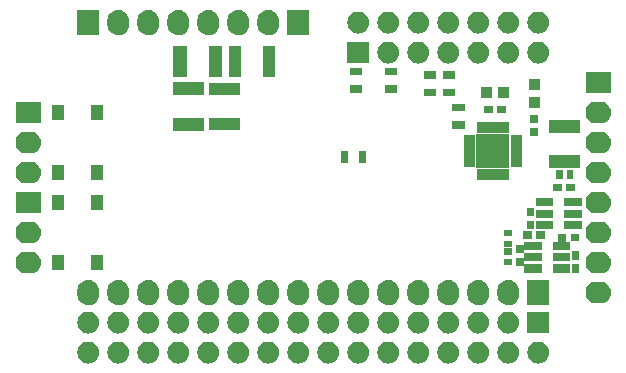
<source format=gbs>
G04 #@! TF.FileFunction,Soldermask,Bot*
%FSLAX46Y46*%
G04 Gerber Fmt 4.6, Leading zero omitted, Abs format (unit mm)*
G04 Created by KiCad (PCBNEW 4.0.1-stable) date Friday, February 12, 2016 'PMt' 12:09:39 PM*
%MOMM*%
G01*
G04 APERTURE LIST*
%ADD10C,0.100000*%
G04 APERTURE END LIST*
D10*
G36*
X175446372Y-98147343D02*
X175446382Y-98147346D01*
X175446419Y-98147350D01*
X175619266Y-98200855D01*
X175778428Y-98286913D01*
X175917843Y-98402248D01*
X176032201Y-98542465D01*
X176117147Y-98702224D01*
X176169444Y-98875439D01*
X176187100Y-99055514D01*
X176187100Y-99064486D01*
X176187010Y-99077430D01*
X176166841Y-99257241D01*
X176112130Y-99429710D01*
X176024963Y-99588267D01*
X175908658Y-99726874D01*
X175767646Y-99840250D01*
X175607298Y-99924078D01*
X175433721Y-99975165D01*
X175433685Y-99975168D01*
X175433676Y-99975171D01*
X175253530Y-99991565D01*
X175073628Y-99972657D01*
X175073618Y-99972654D01*
X175073581Y-99972650D01*
X174900734Y-99919145D01*
X174741572Y-99833087D01*
X174602157Y-99717752D01*
X174487799Y-99577535D01*
X174402853Y-99417776D01*
X174350556Y-99244561D01*
X174332900Y-99064486D01*
X174332900Y-99055514D01*
X174332990Y-99042570D01*
X174353159Y-98862759D01*
X174407870Y-98690290D01*
X174495037Y-98531733D01*
X174611342Y-98393126D01*
X174752354Y-98279750D01*
X174912702Y-98195922D01*
X175086279Y-98144835D01*
X175086315Y-98144832D01*
X175086324Y-98144829D01*
X175266470Y-98128435D01*
X175446372Y-98147343D01*
X175446372Y-98147343D01*
G37*
G36*
X177986372Y-98147343D02*
X177986382Y-98147346D01*
X177986419Y-98147350D01*
X178159266Y-98200855D01*
X178318428Y-98286913D01*
X178457843Y-98402248D01*
X178572201Y-98542465D01*
X178657147Y-98702224D01*
X178709444Y-98875439D01*
X178727100Y-99055514D01*
X178727100Y-99064486D01*
X178727010Y-99077430D01*
X178706841Y-99257241D01*
X178652130Y-99429710D01*
X178564963Y-99588267D01*
X178448658Y-99726874D01*
X178307646Y-99840250D01*
X178147298Y-99924078D01*
X177973721Y-99975165D01*
X177973685Y-99975168D01*
X177973676Y-99975171D01*
X177793530Y-99991565D01*
X177613628Y-99972657D01*
X177613618Y-99972654D01*
X177613581Y-99972650D01*
X177440734Y-99919145D01*
X177281572Y-99833087D01*
X177142157Y-99717752D01*
X177027799Y-99577535D01*
X176942853Y-99417776D01*
X176890556Y-99244561D01*
X176872900Y-99064486D01*
X176872900Y-99055514D01*
X176872990Y-99042570D01*
X176893159Y-98862759D01*
X176947870Y-98690290D01*
X177035037Y-98531733D01*
X177151342Y-98393126D01*
X177292354Y-98279750D01*
X177452702Y-98195922D01*
X177626279Y-98144835D01*
X177626315Y-98144832D01*
X177626324Y-98144829D01*
X177806470Y-98128435D01*
X177986372Y-98147343D01*
X177986372Y-98147343D01*
G37*
G36*
X180526372Y-98147343D02*
X180526382Y-98147346D01*
X180526419Y-98147350D01*
X180699266Y-98200855D01*
X180858428Y-98286913D01*
X180997843Y-98402248D01*
X181112201Y-98542465D01*
X181197147Y-98702224D01*
X181249444Y-98875439D01*
X181267100Y-99055514D01*
X181267100Y-99064486D01*
X181267010Y-99077430D01*
X181246841Y-99257241D01*
X181192130Y-99429710D01*
X181104963Y-99588267D01*
X180988658Y-99726874D01*
X180847646Y-99840250D01*
X180687298Y-99924078D01*
X180513721Y-99975165D01*
X180513685Y-99975168D01*
X180513676Y-99975171D01*
X180333530Y-99991565D01*
X180153628Y-99972657D01*
X180153618Y-99972654D01*
X180153581Y-99972650D01*
X179980734Y-99919145D01*
X179821572Y-99833087D01*
X179682157Y-99717752D01*
X179567799Y-99577535D01*
X179482853Y-99417776D01*
X179430556Y-99244561D01*
X179412900Y-99064486D01*
X179412900Y-99055514D01*
X179412990Y-99042570D01*
X179433159Y-98862759D01*
X179487870Y-98690290D01*
X179575037Y-98531733D01*
X179691342Y-98393126D01*
X179832354Y-98279750D01*
X179992702Y-98195922D01*
X180166279Y-98144835D01*
X180166315Y-98144832D01*
X180166324Y-98144829D01*
X180346470Y-98128435D01*
X180526372Y-98147343D01*
X180526372Y-98147343D01*
G37*
G36*
X183066372Y-98147343D02*
X183066382Y-98147346D01*
X183066419Y-98147350D01*
X183239266Y-98200855D01*
X183398428Y-98286913D01*
X183537843Y-98402248D01*
X183652201Y-98542465D01*
X183737147Y-98702224D01*
X183789444Y-98875439D01*
X183807100Y-99055514D01*
X183807100Y-99064486D01*
X183807010Y-99077430D01*
X183786841Y-99257241D01*
X183732130Y-99429710D01*
X183644963Y-99588267D01*
X183528658Y-99726874D01*
X183387646Y-99840250D01*
X183227298Y-99924078D01*
X183053721Y-99975165D01*
X183053685Y-99975168D01*
X183053676Y-99975171D01*
X182873530Y-99991565D01*
X182693628Y-99972657D01*
X182693618Y-99972654D01*
X182693581Y-99972650D01*
X182520734Y-99919145D01*
X182361572Y-99833087D01*
X182222157Y-99717752D01*
X182107799Y-99577535D01*
X182022853Y-99417776D01*
X181970556Y-99244561D01*
X181952900Y-99064486D01*
X181952900Y-99055514D01*
X181952990Y-99042570D01*
X181973159Y-98862759D01*
X182027870Y-98690290D01*
X182115037Y-98531733D01*
X182231342Y-98393126D01*
X182372354Y-98279750D01*
X182532702Y-98195922D01*
X182706279Y-98144835D01*
X182706315Y-98144832D01*
X182706324Y-98144829D01*
X182886470Y-98128435D01*
X183066372Y-98147343D01*
X183066372Y-98147343D01*
G37*
G36*
X185606372Y-98147343D02*
X185606382Y-98147346D01*
X185606419Y-98147350D01*
X185779266Y-98200855D01*
X185938428Y-98286913D01*
X186077843Y-98402248D01*
X186192201Y-98542465D01*
X186277147Y-98702224D01*
X186329444Y-98875439D01*
X186347100Y-99055514D01*
X186347100Y-99064486D01*
X186347010Y-99077430D01*
X186326841Y-99257241D01*
X186272130Y-99429710D01*
X186184963Y-99588267D01*
X186068658Y-99726874D01*
X185927646Y-99840250D01*
X185767298Y-99924078D01*
X185593721Y-99975165D01*
X185593685Y-99975168D01*
X185593676Y-99975171D01*
X185413530Y-99991565D01*
X185233628Y-99972657D01*
X185233618Y-99972654D01*
X185233581Y-99972650D01*
X185060734Y-99919145D01*
X184901572Y-99833087D01*
X184762157Y-99717752D01*
X184647799Y-99577535D01*
X184562853Y-99417776D01*
X184510556Y-99244561D01*
X184492900Y-99064486D01*
X184492900Y-99055514D01*
X184492990Y-99042570D01*
X184513159Y-98862759D01*
X184567870Y-98690290D01*
X184655037Y-98531733D01*
X184771342Y-98393126D01*
X184912354Y-98279750D01*
X185072702Y-98195922D01*
X185246279Y-98144835D01*
X185246315Y-98144832D01*
X185246324Y-98144829D01*
X185426470Y-98128435D01*
X185606372Y-98147343D01*
X185606372Y-98147343D01*
G37*
G36*
X188146372Y-98147343D02*
X188146382Y-98147346D01*
X188146419Y-98147350D01*
X188319266Y-98200855D01*
X188478428Y-98286913D01*
X188617843Y-98402248D01*
X188732201Y-98542465D01*
X188817147Y-98702224D01*
X188869444Y-98875439D01*
X188887100Y-99055514D01*
X188887100Y-99064486D01*
X188887010Y-99077430D01*
X188866841Y-99257241D01*
X188812130Y-99429710D01*
X188724963Y-99588267D01*
X188608658Y-99726874D01*
X188467646Y-99840250D01*
X188307298Y-99924078D01*
X188133721Y-99975165D01*
X188133685Y-99975168D01*
X188133676Y-99975171D01*
X187953530Y-99991565D01*
X187773628Y-99972657D01*
X187773618Y-99972654D01*
X187773581Y-99972650D01*
X187600734Y-99919145D01*
X187441572Y-99833087D01*
X187302157Y-99717752D01*
X187187799Y-99577535D01*
X187102853Y-99417776D01*
X187050556Y-99244561D01*
X187032900Y-99064486D01*
X187032900Y-99055514D01*
X187032990Y-99042570D01*
X187053159Y-98862759D01*
X187107870Y-98690290D01*
X187195037Y-98531733D01*
X187311342Y-98393126D01*
X187452354Y-98279750D01*
X187612702Y-98195922D01*
X187786279Y-98144835D01*
X187786315Y-98144832D01*
X187786324Y-98144829D01*
X187966470Y-98128435D01*
X188146372Y-98147343D01*
X188146372Y-98147343D01*
G37*
G36*
X190686372Y-98147343D02*
X190686382Y-98147346D01*
X190686419Y-98147350D01*
X190859266Y-98200855D01*
X191018428Y-98286913D01*
X191157843Y-98402248D01*
X191272201Y-98542465D01*
X191357147Y-98702224D01*
X191409444Y-98875439D01*
X191427100Y-99055514D01*
X191427100Y-99064486D01*
X191427010Y-99077430D01*
X191406841Y-99257241D01*
X191352130Y-99429710D01*
X191264963Y-99588267D01*
X191148658Y-99726874D01*
X191007646Y-99840250D01*
X190847298Y-99924078D01*
X190673721Y-99975165D01*
X190673685Y-99975168D01*
X190673676Y-99975171D01*
X190493530Y-99991565D01*
X190313628Y-99972657D01*
X190313618Y-99972654D01*
X190313581Y-99972650D01*
X190140734Y-99919145D01*
X189981572Y-99833087D01*
X189842157Y-99717752D01*
X189727799Y-99577535D01*
X189642853Y-99417776D01*
X189590556Y-99244561D01*
X189572900Y-99064486D01*
X189572900Y-99055514D01*
X189572990Y-99042570D01*
X189593159Y-98862759D01*
X189647870Y-98690290D01*
X189735037Y-98531733D01*
X189851342Y-98393126D01*
X189992354Y-98279750D01*
X190152702Y-98195922D01*
X190326279Y-98144835D01*
X190326315Y-98144832D01*
X190326324Y-98144829D01*
X190506470Y-98128435D01*
X190686372Y-98147343D01*
X190686372Y-98147343D01*
G37*
G36*
X193226372Y-98147343D02*
X193226382Y-98147346D01*
X193226419Y-98147350D01*
X193399266Y-98200855D01*
X193558428Y-98286913D01*
X193697843Y-98402248D01*
X193812201Y-98542465D01*
X193897147Y-98702224D01*
X193949444Y-98875439D01*
X193967100Y-99055514D01*
X193967100Y-99064486D01*
X193967010Y-99077430D01*
X193946841Y-99257241D01*
X193892130Y-99429710D01*
X193804963Y-99588267D01*
X193688658Y-99726874D01*
X193547646Y-99840250D01*
X193387298Y-99924078D01*
X193213721Y-99975165D01*
X193213685Y-99975168D01*
X193213676Y-99975171D01*
X193033530Y-99991565D01*
X192853628Y-99972657D01*
X192853618Y-99972654D01*
X192853581Y-99972650D01*
X192680734Y-99919145D01*
X192521572Y-99833087D01*
X192382157Y-99717752D01*
X192267799Y-99577535D01*
X192182853Y-99417776D01*
X192130556Y-99244561D01*
X192112900Y-99064486D01*
X192112900Y-99055514D01*
X192112990Y-99042570D01*
X192133159Y-98862759D01*
X192187870Y-98690290D01*
X192275037Y-98531733D01*
X192391342Y-98393126D01*
X192532354Y-98279750D01*
X192692702Y-98195922D01*
X192866279Y-98144835D01*
X192866315Y-98144832D01*
X192866324Y-98144829D01*
X193046470Y-98128435D01*
X193226372Y-98147343D01*
X193226372Y-98147343D01*
G37*
G36*
X195766372Y-98147343D02*
X195766382Y-98147346D01*
X195766419Y-98147350D01*
X195939266Y-98200855D01*
X196098428Y-98286913D01*
X196237843Y-98402248D01*
X196352201Y-98542465D01*
X196437147Y-98702224D01*
X196489444Y-98875439D01*
X196507100Y-99055514D01*
X196507100Y-99064486D01*
X196507010Y-99077430D01*
X196486841Y-99257241D01*
X196432130Y-99429710D01*
X196344963Y-99588267D01*
X196228658Y-99726874D01*
X196087646Y-99840250D01*
X195927298Y-99924078D01*
X195753721Y-99975165D01*
X195753685Y-99975168D01*
X195753676Y-99975171D01*
X195573530Y-99991565D01*
X195393628Y-99972657D01*
X195393618Y-99972654D01*
X195393581Y-99972650D01*
X195220734Y-99919145D01*
X195061572Y-99833087D01*
X194922157Y-99717752D01*
X194807799Y-99577535D01*
X194722853Y-99417776D01*
X194670556Y-99244561D01*
X194652900Y-99064486D01*
X194652900Y-99055514D01*
X194652990Y-99042570D01*
X194673159Y-98862759D01*
X194727870Y-98690290D01*
X194815037Y-98531733D01*
X194931342Y-98393126D01*
X195072354Y-98279750D01*
X195232702Y-98195922D01*
X195406279Y-98144835D01*
X195406315Y-98144832D01*
X195406324Y-98144829D01*
X195586470Y-98128435D01*
X195766372Y-98147343D01*
X195766372Y-98147343D01*
G37*
G36*
X198306372Y-98147343D02*
X198306382Y-98147346D01*
X198306419Y-98147350D01*
X198479266Y-98200855D01*
X198638428Y-98286913D01*
X198777843Y-98402248D01*
X198892201Y-98542465D01*
X198977147Y-98702224D01*
X199029444Y-98875439D01*
X199047100Y-99055514D01*
X199047100Y-99064486D01*
X199047010Y-99077430D01*
X199026841Y-99257241D01*
X198972130Y-99429710D01*
X198884963Y-99588267D01*
X198768658Y-99726874D01*
X198627646Y-99840250D01*
X198467298Y-99924078D01*
X198293721Y-99975165D01*
X198293685Y-99975168D01*
X198293676Y-99975171D01*
X198113530Y-99991565D01*
X197933628Y-99972657D01*
X197933618Y-99972654D01*
X197933581Y-99972650D01*
X197760734Y-99919145D01*
X197601572Y-99833087D01*
X197462157Y-99717752D01*
X197347799Y-99577535D01*
X197262853Y-99417776D01*
X197210556Y-99244561D01*
X197192900Y-99064486D01*
X197192900Y-99055514D01*
X197192990Y-99042570D01*
X197213159Y-98862759D01*
X197267870Y-98690290D01*
X197355037Y-98531733D01*
X197471342Y-98393126D01*
X197612354Y-98279750D01*
X197772702Y-98195922D01*
X197946279Y-98144835D01*
X197946315Y-98144832D01*
X197946324Y-98144829D01*
X198126470Y-98128435D01*
X198306372Y-98147343D01*
X198306372Y-98147343D01*
G37*
G36*
X200846372Y-98147343D02*
X200846382Y-98147346D01*
X200846419Y-98147350D01*
X201019266Y-98200855D01*
X201178428Y-98286913D01*
X201317843Y-98402248D01*
X201432201Y-98542465D01*
X201517147Y-98702224D01*
X201569444Y-98875439D01*
X201587100Y-99055514D01*
X201587100Y-99064486D01*
X201587010Y-99077430D01*
X201566841Y-99257241D01*
X201512130Y-99429710D01*
X201424963Y-99588267D01*
X201308658Y-99726874D01*
X201167646Y-99840250D01*
X201007298Y-99924078D01*
X200833721Y-99975165D01*
X200833685Y-99975168D01*
X200833676Y-99975171D01*
X200653530Y-99991565D01*
X200473628Y-99972657D01*
X200473618Y-99972654D01*
X200473581Y-99972650D01*
X200300734Y-99919145D01*
X200141572Y-99833087D01*
X200002157Y-99717752D01*
X199887799Y-99577535D01*
X199802853Y-99417776D01*
X199750556Y-99244561D01*
X199732900Y-99064486D01*
X199732900Y-99055514D01*
X199732990Y-99042570D01*
X199753159Y-98862759D01*
X199807870Y-98690290D01*
X199895037Y-98531733D01*
X200011342Y-98393126D01*
X200152354Y-98279750D01*
X200312702Y-98195922D01*
X200486279Y-98144835D01*
X200486315Y-98144832D01*
X200486324Y-98144829D01*
X200666470Y-98128435D01*
X200846372Y-98147343D01*
X200846372Y-98147343D01*
G37*
G36*
X203386372Y-98147343D02*
X203386382Y-98147346D01*
X203386419Y-98147350D01*
X203559266Y-98200855D01*
X203718428Y-98286913D01*
X203857843Y-98402248D01*
X203972201Y-98542465D01*
X204057147Y-98702224D01*
X204109444Y-98875439D01*
X204127100Y-99055514D01*
X204127100Y-99064486D01*
X204127010Y-99077430D01*
X204106841Y-99257241D01*
X204052130Y-99429710D01*
X203964963Y-99588267D01*
X203848658Y-99726874D01*
X203707646Y-99840250D01*
X203547298Y-99924078D01*
X203373721Y-99975165D01*
X203373685Y-99975168D01*
X203373676Y-99975171D01*
X203193530Y-99991565D01*
X203013628Y-99972657D01*
X203013618Y-99972654D01*
X203013581Y-99972650D01*
X202840734Y-99919145D01*
X202681572Y-99833087D01*
X202542157Y-99717752D01*
X202427799Y-99577535D01*
X202342853Y-99417776D01*
X202290556Y-99244561D01*
X202272900Y-99064486D01*
X202272900Y-99055514D01*
X202272990Y-99042570D01*
X202293159Y-98862759D01*
X202347870Y-98690290D01*
X202435037Y-98531733D01*
X202551342Y-98393126D01*
X202692354Y-98279750D01*
X202852702Y-98195922D01*
X203026279Y-98144835D01*
X203026315Y-98144832D01*
X203026324Y-98144829D01*
X203206470Y-98128435D01*
X203386372Y-98147343D01*
X203386372Y-98147343D01*
G37*
G36*
X205926372Y-98147343D02*
X205926382Y-98147346D01*
X205926419Y-98147350D01*
X206099266Y-98200855D01*
X206258428Y-98286913D01*
X206397843Y-98402248D01*
X206512201Y-98542465D01*
X206597147Y-98702224D01*
X206649444Y-98875439D01*
X206667100Y-99055514D01*
X206667100Y-99064486D01*
X206667010Y-99077430D01*
X206646841Y-99257241D01*
X206592130Y-99429710D01*
X206504963Y-99588267D01*
X206388658Y-99726874D01*
X206247646Y-99840250D01*
X206087298Y-99924078D01*
X205913721Y-99975165D01*
X205913685Y-99975168D01*
X205913676Y-99975171D01*
X205733530Y-99991565D01*
X205553628Y-99972657D01*
X205553618Y-99972654D01*
X205553581Y-99972650D01*
X205380734Y-99919145D01*
X205221572Y-99833087D01*
X205082157Y-99717752D01*
X204967799Y-99577535D01*
X204882853Y-99417776D01*
X204830556Y-99244561D01*
X204812900Y-99064486D01*
X204812900Y-99055514D01*
X204812990Y-99042570D01*
X204833159Y-98862759D01*
X204887870Y-98690290D01*
X204975037Y-98531733D01*
X205091342Y-98393126D01*
X205232354Y-98279750D01*
X205392702Y-98195922D01*
X205566279Y-98144835D01*
X205566315Y-98144832D01*
X205566324Y-98144829D01*
X205746470Y-98128435D01*
X205926372Y-98147343D01*
X205926372Y-98147343D01*
G37*
G36*
X208466372Y-98147343D02*
X208466382Y-98147346D01*
X208466419Y-98147350D01*
X208639266Y-98200855D01*
X208798428Y-98286913D01*
X208937843Y-98402248D01*
X209052201Y-98542465D01*
X209137147Y-98702224D01*
X209189444Y-98875439D01*
X209207100Y-99055514D01*
X209207100Y-99064486D01*
X209207010Y-99077430D01*
X209186841Y-99257241D01*
X209132130Y-99429710D01*
X209044963Y-99588267D01*
X208928658Y-99726874D01*
X208787646Y-99840250D01*
X208627298Y-99924078D01*
X208453721Y-99975165D01*
X208453685Y-99975168D01*
X208453676Y-99975171D01*
X208273530Y-99991565D01*
X208093628Y-99972657D01*
X208093618Y-99972654D01*
X208093581Y-99972650D01*
X207920734Y-99919145D01*
X207761572Y-99833087D01*
X207622157Y-99717752D01*
X207507799Y-99577535D01*
X207422853Y-99417776D01*
X207370556Y-99244561D01*
X207352900Y-99064486D01*
X207352900Y-99055514D01*
X207352990Y-99042570D01*
X207373159Y-98862759D01*
X207427870Y-98690290D01*
X207515037Y-98531733D01*
X207631342Y-98393126D01*
X207772354Y-98279750D01*
X207932702Y-98195922D01*
X208106279Y-98144835D01*
X208106315Y-98144832D01*
X208106324Y-98144829D01*
X208286470Y-98128435D01*
X208466372Y-98147343D01*
X208466372Y-98147343D01*
G37*
G36*
X211006372Y-98147343D02*
X211006382Y-98147346D01*
X211006419Y-98147350D01*
X211179266Y-98200855D01*
X211338428Y-98286913D01*
X211477843Y-98402248D01*
X211592201Y-98542465D01*
X211677147Y-98702224D01*
X211729444Y-98875439D01*
X211747100Y-99055514D01*
X211747100Y-99064486D01*
X211747010Y-99077430D01*
X211726841Y-99257241D01*
X211672130Y-99429710D01*
X211584963Y-99588267D01*
X211468658Y-99726874D01*
X211327646Y-99840250D01*
X211167298Y-99924078D01*
X210993721Y-99975165D01*
X210993685Y-99975168D01*
X210993676Y-99975171D01*
X210813530Y-99991565D01*
X210633628Y-99972657D01*
X210633618Y-99972654D01*
X210633581Y-99972650D01*
X210460734Y-99919145D01*
X210301572Y-99833087D01*
X210162157Y-99717752D01*
X210047799Y-99577535D01*
X209962853Y-99417776D01*
X209910556Y-99244561D01*
X209892900Y-99064486D01*
X209892900Y-99055514D01*
X209892990Y-99042570D01*
X209913159Y-98862759D01*
X209967870Y-98690290D01*
X210055037Y-98531733D01*
X210171342Y-98393126D01*
X210312354Y-98279750D01*
X210472702Y-98195922D01*
X210646279Y-98144835D01*
X210646315Y-98144832D01*
X210646324Y-98144829D01*
X210826470Y-98128435D01*
X211006372Y-98147343D01*
X211006372Y-98147343D01*
G37*
G36*
X213546372Y-98147343D02*
X213546382Y-98147346D01*
X213546419Y-98147350D01*
X213719266Y-98200855D01*
X213878428Y-98286913D01*
X214017843Y-98402248D01*
X214132201Y-98542465D01*
X214217147Y-98702224D01*
X214269444Y-98875439D01*
X214287100Y-99055514D01*
X214287100Y-99064486D01*
X214287010Y-99077430D01*
X214266841Y-99257241D01*
X214212130Y-99429710D01*
X214124963Y-99588267D01*
X214008658Y-99726874D01*
X213867646Y-99840250D01*
X213707298Y-99924078D01*
X213533721Y-99975165D01*
X213533685Y-99975168D01*
X213533676Y-99975171D01*
X213353530Y-99991565D01*
X213173628Y-99972657D01*
X213173618Y-99972654D01*
X213173581Y-99972650D01*
X213000734Y-99919145D01*
X212841572Y-99833087D01*
X212702157Y-99717752D01*
X212587799Y-99577535D01*
X212502853Y-99417776D01*
X212450556Y-99244561D01*
X212432900Y-99064486D01*
X212432900Y-99055514D01*
X212432990Y-99042570D01*
X212453159Y-98862759D01*
X212507870Y-98690290D01*
X212595037Y-98531733D01*
X212711342Y-98393126D01*
X212852354Y-98279750D01*
X213012702Y-98195922D01*
X213186279Y-98144835D01*
X213186315Y-98144832D01*
X213186324Y-98144829D01*
X213366470Y-98128435D01*
X213546372Y-98147343D01*
X213546372Y-98147343D01*
G37*
G36*
X205926372Y-95607343D02*
X205926382Y-95607346D01*
X205926419Y-95607350D01*
X206099266Y-95660855D01*
X206258428Y-95746913D01*
X206397843Y-95862248D01*
X206512201Y-96002465D01*
X206597147Y-96162224D01*
X206649444Y-96335439D01*
X206667100Y-96515514D01*
X206667100Y-96524486D01*
X206667010Y-96537430D01*
X206646841Y-96717241D01*
X206592130Y-96889710D01*
X206504963Y-97048267D01*
X206388658Y-97186874D01*
X206247646Y-97300250D01*
X206087298Y-97384078D01*
X205913721Y-97435165D01*
X205913685Y-97435168D01*
X205913676Y-97435171D01*
X205733530Y-97451565D01*
X205553628Y-97432657D01*
X205553618Y-97432654D01*
X205553581Y-97432650D01*
X205380734Y-97379145D01*
X205221572Y-97293087D01*
X205082157Y-97177752D01*
X204967799Y-97037535D01*
X204882853Y-96877776D01*
X204830556Y-96704561D01*
X204812900Y-96524486D01*
X204812900Y-96515514D01*
X204812990Y-96502570D01*
X204833159Y-96322759D01*
X204887870Y-96150290D01*
X204975037Y-95991733D01*
X205091342Y-95853126D01*
X205232354Y-95739750D01*
X205392702Y-95655922D01*
X205566279Y-95604835D01*
X205566315Y-95604832D01*
X205566324Y-95604829D01*
X205746470Y-95588435D01*
X205926372Y-95607343D01*
X205926372Y-95607343D01*
G37*
G36*
X208466372Y-95607343D02*
X208466382Y-95607346D01*
X208466419Y-95607350D01*
X208639266Y-95660855D01*
X208798428Y-95746913D01*
X208937843Y-95862248D01*
X209052201Y-96002465D01*
X209137147Y-96162224D01*
X209189444Y-96335439D01*
X209207100Y-96515514D01*
X209207100Y-96524486D01*
X209207010Y-96537430D01*
X209186841Y-96717241D01*
X209132130Y-96889710D01*
X209044963Y-97048267D01*
X208928658Y-97186874D01*
X208787646Y-97300250D01*
X208627298Y-97384078D01*
X208453721Y-97435165D01*
X208453685Y-97435168D01*
X208453676Y-97435171D01*
X208273530Y-97451565D01*
X208093628Y-97432657D01*
X208093618Y-97432654D01*
X208093581Y-97432650D01*
X207920734Y-97379145D01*
X207761572Y-97293087D01*
X207622157Y-97177752D01*
X207507799Y-97037535D01*
X207422853Y-96877776D01*
X207370556Y-96704561D01*
X207352900Y-96524486D01*
X207352900Y-96515514D01*
X207352990Y-96502570D01*
X207373159Y-96322759D01*
X207427870Y-96150290D01*
X207515037Y-95991733D01*
X207631342Y-95853126D01*
X207772354Y-95739750D01*
X207932702Y-95655922D01*
X208106279Y-95604835D01*
X208106315Y-95604832D01*
X208106324Y-95604829D01*
X208286470Y-95588435D01*
X208466372Y-95607343D01*
X208466372Y-95607343D01*
G37*
G36*
X203386372Y-95607343D02*
X203386382Y-95607346D01*
X203386419Y-95607350D01*
X203559266Y-95660855D01*
X203718428Y-95746913D01*
X203857843Y-95862248D01*
X203972201Y-96002465D01*
X204057147Y-96162224D01*
X204109444Y-96335439D01*
X204127100Y-96515514D01*
X204127100Y-96524486D01*
X204127010Y-96537430D01*
X204106841Y-96717241D01*
X204052130Y-96889710D01*
X203964963Y-97048267D01*
X203848658Y-97186874D01*
X203707646Y-97300250D01*
X203547298Y-97384078D01*
X203373721Y-97435165D01*
X203373685Y-97435168D01*
X203373676Y-97435171D01*
X203193530Y-97451565D01*
X203013628Y-97432657D01*
X203013618Y-97432654D01*
X203013581Y-97432650D01*
X202840734Y-97379145D01*
X202681572Y-97293087D01*
X202542157Y-97177752D01*
X202427799Y-97037535D01*
X202342853Y-96877776D01*
X202290556Y-96704561D01*
X202272900Y-96524486D01*
X202272900Y-96515514D01*
X202272990Y-96502570D01*
X202293159Y-96322759D01*
X202347870Y-96150290D01*
X202435037Y-95991733D01*
X202551342Y-95853126D01*
X202692354Y-95739750D01*
X202852702Y-95655922D01*
X203026279Y-95604835D01*
X203026315Y-95604832D01*
X203026324Y-95604829D01*
X203206470Y-95588435D01*
X203386372Y-95607343D01*
X203386372Y-95607343D01*
G37*
G36*
X211006372Y-95607343D02*
X211006382Y-95607346D01*
X211006419Y-95607350D01*
X211179266Y-95660855D01*
X211338428Y-95746913D01*
X211477843Y-95862248D01*
X211592201Y-96002465D01*
X211677147Y-96162224D01*
X211729444Y-96335439D01*
X211747100Y-96515514D01*
X211747100Y-96524486D01*
X211747010Y-96537430D01*
X211726841Y-96717241D01*
X211672130Y-96889710D01*
X211584963Y-97048267D01*
X211468658Y-97186874D01*
X211327646Y-97300250D01*
X211167298Y-97384078D01*
X210993721Y-97435165D01*
X210993685Y-97435168D01*
X210993676Y-97435171D01*
X210813530Y-97451565D01*
X210633628Y-97432657D01*
X210633618Y-97432654D01*
X210633581Y-97432650D01*
X210460734Y-97379145D01*
X210301572Y-97293087D01*
X210162157Y-97177752D01*
X210047799Y-97037535D01*
X209962853Y-96877776D01*
X209910556Y-96704561D01*
X209892900Y-96524486D01*
X209892900Y-96515514D01*
X209892990Y-96502570D01*
X209913159Y-96322759D01*
X209967870Y-96150290D01*
X210055037Y-95991733D01*
X210171342Y-95853126D01*
X210312354Y-95739750D01*
X210472702Y-95655922D01*
X210646279Y-95604835D01*
X210646315Y-95604832D01*
X210646324Y-95604829D01*
X210826470Y-95588435D01*
X211006372Y-95607343D01*
X211006372Y-95607343D01*
G37*
G36*
X200846372Y-95607343D02*
X200846382Y-95607346D01*
X200846419Y-95607350D01*
X201019266Y-95660855D01*
X201178428Y-95746913D01*
X201317843Y-95862248D01*
X201432201Y-96002465D01*
X201517147Y-96162224D01*
X201569444Y-96335439D01*
X201587100Y-96515514D01*
X201587100Y-96524486D01*
X201587010Y-96537430D01*
X201566841Y-96717241D01*
X201512130Y-96889710D01*
X201424963Y-97048267D01*
X201308658Y-97186874D01*
X201167646Y-97300250D01*
X201007298Y-97384078D01*
X200833721Y-97435165D01*
X200833685Y-97435168D01*
X200833676Y-97435171D01*
X200653530Y-97451565D01*
X200473628Y-97432657D01*
X200473618Y-97432654D01*
X200473581Y-97432650D01*
X200300734Y-97379145D01*
X200141572Y-97293087D01*
X200002157Y-97177752D01*
X199887799Y-97037535D01*
X199802853Y-96877776D01*
X199750556Y-96704561D01*
X199732900Y-96524486D01*
X199732900Y-96515514D01*
X199732990Y-96502570D01*
X199753159Y-96322759D01*
X199807870Y-96150290D01*
X199895037Y-95991733D01*
X200011342Y-95853126D01*
X200152354Y-95739750D01*
X200312702Y-95655922D01*
X200486279Y-95604835D01*
X200486315Y-95604832D01*
X200486324Y-95604829D01*
X200666470Y-95588435D01*
X200846372Y-95607343D01*
X200846372Y-95607343D01*
G37*
G36*
X198306372Y-95607343D02*
X198306382Y-95607346D01*
X198306419Y-95607350D01*
X198479266Y-95660855D01*
X198638428Y-95746913D01*
X198777843Y-95862248D01*
X198892201Y-96002465D01*
X198977147Y-96162224D01*
X199029444Y-96335439D01*
X199047100Y-96515514D01*
X199047100Y-96524486D01*
X199047010Y-96537430D01*
X199026841Y-96717241D01*
X198972130Y-96889710D01*
X198884963Y-97048267D01*
X198768658Y-97186874D01*
X198627646Y-97300250D01*
X198467298Y-97384078D01*
X198293721Y-97435165D01*
X198293685Y-97435168D01*
X198293676Y-97435171D01*
X198113530Y-97451565D01*
X197933628Y-97432657D01*
X197933618Y-97432654D01*
X197933581Y-97432650D01*
X197760734Y-97379145D01*
X197601572Y-97293087D01*
X197462157Y-97177752D01*
X197347799Y-97037535D01*
X197262853Y-96877776D01*
X197210556Y-96704561D01*
X197192900Y-96524486D01*
X197192900Y-96515514D01*
X197192990Y-96502570D01*
X197213159Y-96322759D01*
X197267870Y-96150290D01*
X197355037Y-95991733D01*
X197471342Y-95853126D01*
X197612354Y-95739750D01*
X197772702Y-95655922D01*
X197946279Y-95604835D01*
X197946315Y-95604832D01*
X197946324Y-95604829D01*
X198126470Y-95588435D01*
X198306372Y-95607343D01*
X198306372Y-95607343D01*
G37*
G36*
X195766372Y-95607343D02*
X195766382Y-95607346D01*
X195766419Y-95607350D01*
X195939266Y-95660855D01*
X196098428Y-95746913D01*
X196237843Y-95862248D01*
X196352201Y-96002465D01*
X196437147Y-96162224D01*
X196489444Y-96335439D01*
X196507100Y-96515514D01*
X196507100Y-96524486D01*
X196507010Y-96537430D01*
X196486841Y-96717241D01*
X196432130Y-96889710D01*
X196344963Y-97048267D01*
X196228658Y-97186874D01*
X196087646Y-97300250D01*
X195927298Y-97384078D01*
X195753721Y-97435165D01*
X195753685Y-97435168D01*
X195753676Y-97435171D01*
X195573530Y-97451565D01*
X195393628Y-97432657D01*
X195393618Y-97432654D01*
X195393581Y-97432650D01*
X195220734Y-97379145D01*
X195061572Y-97293087D01*
X194922157Y-97177752D01*
X194807799Y-97037535D01*
X194722853Y-96877776D01*
X194670556Y-96704561D01*
X194652900Y-96524486D01*
X194652900Y-96515514D01*
X194652990Y-96502570D01*
X194673159Y-96322759D01*
X194727870Y-96150290D01*
X194815037Y-95991733D01*
X194931342Y-95853126D01*
X195072354Y-95739750D01*
X195232702Y-95655922D01*
X195406279Y-95604835D01*
X195406315Y-95604832D01*
X195406324Y-95604829D01*
X195586470Y-95588435D01*
X195766372Y-95607343D01*
X195766372Y-95607343D01*
G37*
G36*
X193226372Y-95607343D02*
X193226382Y-95607346D01*
X193226419Y-95607350D01*
X193399266Y-95660855D01*
X193558428Y-95746913D01*
X193697843Y-95862248D01*
X193812201Y-96002465D01*
X193897147Y-96162224D01*
X193949444Y-96335439D01*
X193967100Y-96515514D01*
X193967100Y-96524486D01*
X193967010Y-96537430D01*
X193946841Y-96717241D01*
X193892130Y-96889710D01*
X193804963Y-97048267D01*
X193688658Y-97186874D01*
X193547646Y-97300250D01*
X193387298Y-97384078D01*
X193213721Y-97435165D01*
X193213685Y-97435168D01*
X193213676Y-97435171D01*
X193033530Y-97451565D01*
X192853628Y-97432657D01*
X192853618Y-97432654D01*
X192853581Y-97432650D01*
X192680734Y-97379145D01*
X192521572Y-97293087D01*
X192382157Y-97177752D01*
X192267799Y-97037535D01*
X192182853Y-96877776D01*
X192130556Y-96704561D01*
X192112900Y-96524486D01*
X192112900Y-96515514D01*
X192112990Y-96502570D01*
X192133159Y-96322759D01*
X192187870Y-96150290D01*
X192275037Y-95991733D01*
X192391342Y-95853126D01*
X192532354Y-95739750D01*
X192692702Y-95655922D01*
X192866279Y-95604835D01*
X192866315Y-95604832D01*
X192866324Y-95604829D01*
X193046470Y-95588435D01*
X193226372Y-95607343D01*
X193226372Y-95607343D01*
G37*
G36*
X190686372Y-95607343D02*
X190686382Y-95607346D01*
X190686419Y-95607350D01*
X190859266Y-95660855D01*
X191018428Y-95746913D01*
X191157843Y-95862248D01*
X191272201Y-96002465D01*
X191357147Y-96162224D01*
X191409444Y-96335439D01*
X191427100Y-96515514D01*
X191427100Y-96524486D01*
X191427010Y-96537430D01*
X191406841Y-96717241D01*
X191352130Y-96889710D01*
X191264963Y-97048267D01*
X191148658Y-97186874D01*
X191007646Y-97300250D01*
X190847298Y-97384078D01*
X190673721Y-97435165D01*
X190673685Y-97435168D01*
X190673676Y-97435171D01*
X190493530Y-97451565D01*
X190313628Y-97432657D01*
X190313618Y-97432654D01*
X190313581Y-97432650D01*
X190140734Y-97379145D01*
X189981572Y-97293087D01*
X189842157Y-97177752D01*
X189727799Y-97037535D01*
X189642853Y-96877776D01*
X189590556Y-96704561D01*
X189572900Y-96524486D01*
X189572900Y-96515514D01*
X189572990Y-96502570D01*
X189593159Y-96322759D01*
X189647870Y-96150290D01*
X189735037Y-95991733D01*
X189851342Y-95853126D01*
X189992354Y-95739750D01*
X190152702Y-95655922D01*
X190326279Y-95604835D01*
X190326315Y-95604832D01*
X190326324Y-95604829D01*
X190506470Y-95588435D01*
X190686372Y-95607343D01*
X190686372Y-95607343D01*
G37*
G36*
X188146372Y-95607343D02*
X188146382Y-95607346D01*
X188146419Y-95607350D01*
X188319266Y-95660855D01*
X188478428Y-95746913D01*
X188617843Y-95862248D01*
X188732201Y-96002465D01*
X188817147Y-96162224D01*
X188869444Y-96335439D01*
X188887100Y-96515514D01*
X188887100Y-96524486D01*
X188887010Y-96537430D01*
X188866841Y-96717241D01*
X188812130Y-96889710D01*
X188724963Y-97048267D01*
X188608658Y-97186874D01*
X188467646Y-97300250D01*
X188307298Y-97384078D01*
X188133721Y-97435165D01*
X188133685Y-97435168D01*
X188133676Y-97435171D01*
X187953530Y-97451565D01*
X187773628Y-97432657D01*
X187773618Y-97432654D01*
X187773581Y-97432650D01*
X187600734Y-97379145D01*
X187441572Y-97293087D01*
X187302157Y-97177752D01*
X187187799Y-97037535D01*
X187102853Y-96877776D01*
X187050556Y-96704561D01*
X187032900Y-96524486D01*
X187032900Y-96515514D01*
X187032990Y-96502570D01*
X187053159Y-96322759D01*
X187107870Y-96150290D01*
X187195037Y-95991733D01*
X187311342Y-95853126D01*
X187452354Y-95739750D01*
X187612702Y-95655922D01*
X187786279Y-95604835D01*
X187786315Y-95604832D01*
X187786324Y-95604829D01*
X187966470Y-95588435D01*
X188146372Y-95607343D01*
X188146372Y-95607343D01*
G37*
G36*
X185606372Y-95607343D02*
X185606382Y-95607346D01*
X185606419Y-95607350D01*
X185779266Y-95660855D01*
X185938428Y-95746913D01*
X186077843Y-95862248D01*
X186192201Y-96002465D01*
X186277147Y-96162224D01*
X186329444Y-96335439D01*
X186347100Y-96515514D01*
X186347100Y-96524486D01*
X186347010Y-96537430D01*
X186326841Y-96717241D01*
X186272130Y-96889710D01*
X186184963Y-97048267D01*
X186068658Y-97186874D01*
X185927646Y-97300250D01*
X185767298Y-97384078D01*
X185593721Y-97435165D01*
X185593685Y-97435168D01*
X185593676Y-97435171D01*
X185413530Y-97451565D01*
X185233628Y-97432657D01*
X185233618Y-97432654D01*
X185233581Y-97432650D01*
X185060734Y-97379145D01*
X184901572Y-97293087D01*
X184762157Y-97177752D01*
X184647799Y-97037535D01*
X184562853Y-96877776D01*
X184510556Y-96704561D01*
X184492900Y-96524486D01*
X184492900Y-96515514D01*
X184492990Y-96502570D01*
X184513159Y-96322759D01*
X184567870Y-96150290D01*
X184655037Y-95991733D01*
X184771342Y-95853126D01*
X184912354Y-95739750D01*
X185072702Y-95655922D01*
X185246279Y-95604835D01*
X185246315Y-95604832D01*
X185246324Y-95604829D01*
X185426470Y-95588435D01*
X185606372Y-95607343D01*
X185606372Y-95607343D01*
G37*
G36*
X183066372Y-95607343D02*
X183066382Y-95607346D01*
X183066419Y-95607350D01*
X183239266Y-95660855D01*
X183398428Y-95746913D01*
X183537843Y-95862248D01*
X183652201Y-96002465D01*
X183737147Y-96162224D01*
X183789444Y-96335439D01*
X183807100Y-96515514D01*
X183807100Y-96524486D01*
X183807010Y-96537430D01*
X183786841Y-96717241D01*
X183732130Y-96889710D01*
X183644963Y-97048267D01*
X183528658Y-97186874D01*
X183387646Y-97300250D01*
X183227298Y-97384078D01*
X183053721Y-97435165D01*
X183053685Y-97435168D01*
X183053676Y-97435171D01*
X182873530Y-97451565D01*
X182693628Y-97432657D01*
X182693618Y-97432654D01*
X182693581Y-97432650D01*
X182520734Y-97379145D01*
X182361572Y-97293087D01*
X182222157Y-97177752D01*
X182107799Y-97037535D01*
X182022853Y-96877776D01*
X181970556Y-96704561D01*
X181952900Y-96524486D01*
X181952900Y-96515514D01*
X181952990Y-96502570D01*
X181973159Y-96322759D01*
X182027870Y-96150290D01*
X182115037Y-95991733D01*
X182231342Y-95853126D01*
X182372354Y-95739750D01*
X182532702Y-95655922D01*
X182706279Y-95604835D01*
X182706315Y-95604832D01*
X182706324Y-95604829D01*
X182886470Y-95588435D01*
X183066372Y-95607343D01*
X183066372Y-95607343D01*
G37*
G36*
X180526372Y-95607343D02*
X180526382Y-95607346D01*
X180526419Y-95607350D01*
X180699266Y-95660855D01*
X180858428Y-95746913D01*
X180997843Y-95862248D01*
X181112201Y-96002465D01*
X181197147Y-96162224D01*
X181249444Y-96335439D01*
X181267100Y-96515514D01*
X181267100Y-96524486D01*
X181267010Y-96537430D01*
X181246841Y-96717241D01*
X181192130Y-96889710D01*
X181104963Y-97048267D01*
X180988658Y-97186874D01*
X180847646Y-97300250D01*
X180687298Y-97384078D01*
X180513721Y-97435165D01*
X180513685Y-97435168D01*
X180513676Y-97435171D01*
X180333530Y-97451565D01*
X180153628Y-97432657D01*
X180153618Y-97432654D01*
X180153581Y-97432650D01*
X179980734Y-97379145D01*
X179821572Y-97293087D01*
X179682157Y-97177752D01*
X179567799Y-97037535D01*
X179482853Y-96877776D01*
X179430556Y-96704561D01*
X179412900Y-96524486D01*
X179412900Y-96515514D01*
X179412990Y-96502570D01*
X179433159Y-96322759D01*
X179487870Y-96150290D01*
X179575037Y-95991733D01*
X179691342Y-95853126D01*
X179832354Y-95739750D01*
X179992702Y-95655922D01*
X180166279Y-95604835D01*
X180166315Y-95604832D01*
X180166324Y-95604829D01*
X180346470Y-95588435D01*
X180526372Y-95607343D01*
X180526372Y-95607343D01*
G37*
G36*
X177986372Y-95607343D02*
X177986382Y-95607346D01*
X177986419Y-95607350D01*
X178159266Y-95660855D01*
X178318428Y-95746913D01*
X178457843Y-95862248D01*
X178572201Y-96002465D01*
X178657147Y-96162224D01*
X178709444Y-96335439D01*
X178727100Y-96515514D01*
X178727100Y-96524486D01*
X178727010Y-96537430D01*
X178706841Y-96717241D01*
X178652130Y-96889710D01*
X178564963Y-97048267D01*
X178448658Y-97186874D01*
X178307646Y-97300250D01*
X178147298Y-97384078D01*
X177973721Y-97435165D01*
X177973685Y-97435168D01*
X177973676Y-97435171D01*
X177793530Y-97451565D01*
X177613628Y-97432657D01*
X177613618Y-97432654D01*
X177613581Y-97432650D01*
X177440734Y-97379145D01*
X177281572Y-97293087D01*
X177142157Y-97177752D01*
X177027799Y-97037535D01*
X176942853Y-96877776D01*
X176890556Y-96704561D01*
X176872900Y-96524486D01*
X176872900Y-96515514D01*
X176872990Y-96502570D01*
X176893159Y-96322759D01*
X176947870Y-96150290D01*
X177035037Y-95991733D01*
X177151342Y-95853126D01*
X177292354Y-95739750D01*
X177452702Y-95655922D01*
X177626279Y-95604835D01*
X177626315Y-95604832D01*
X177626324Y-95604829D01*
X177806470Y-95588435D01*
X177986372Y-95607343D01*
X177986372Y-95607343D01*
G37*
G36*
X175446372Y-95607343D02*
X175446382Y-95607346D01*
X175446419Y-95607350D01*
X175619266Y-95660855D01*
X175778428Y-95746913D01*
X175917843Y-95862248D01*
X176032201Y-96002465D01*
X176117147Y-96162224D01*
X176169444Y-96335439D01*
X176187100Y-96515514D01*
X176187100Y-96524486D01*
X176187010Y-96537430D01*
X176166841Y-96717241D01*
X176112130Y-96889710D01*
X176024963Y-97048267D01*
X175908658Y-97186874D01*
X175767646Y-97300250D01*
X175607298Y-97384078D01*
X175433721Y-97435165D01*
X175433685Y-97435168D01*
X175433676Y-97435171D01*
X175253530Y-97451565D01*
X175073628Y-97432657D01*
X175073618Y-97432654D01*
X175073581Y-97432650D01*
X174900734Y-97379145D01*
X174741572Y-97293087D01*
X174602157Y-97177752D01*
X174487799Y-97037535D01*
X174402853Y-96877776D01*
X174350556Y-96704561D01*
X174332900Y-96524486D01*
X174332900Y-96515514D01*
X174332990Y-96502570D01*
X174353159Y-96322759D01*
X174407870Y-96150290D01*
X174495037Y-95991733D01*
X174611342Y-95853126D01*
X174752354Y-95739750D01*
X174912702Y-95655922D01*
X175086279Y-95604835D01*
X175086315Y-95604832D01*
X175086324Y-95604829D01*
X175266470Y-95588435D01*
X175446372Y-95607343D01*
X175446372Y-95607343D01*
G37*
G36*
X214287100Y-97447100D02*
X212432900Y-97447100D01*
X212432900Y-95592900D01*
X214287100Y-95592900D01*
X214287100Y-97447100D01*
X214287100Y-97447100D01*
G37*
G36*
X211006372Y-92914206D02*
X211006382Y-92914209D01*
X211006419Y-92914213D01*
X211179266Y-92967718D01*
X211338428Y-93053776D01*
X211477843Y-93169111D01*
X211592201Y-93309328D01*
X211677147Y-93469087D01*
X211729444Y-93642302D01*
X211747100Y-93822377D01*
X211747100Y-94137623D01*
X211747010Y-94150567D01*
X211726841Y-94330378D01*
X211672130Y-94502847D01*
X211584963Y-94661404D01*
X211468658Y-94800011D01*
X211327646Y-94913387D01*
X211167298Y-94997215D01*
X210993721Y-95048302D01*
X210993685Y-95048305D01*
X210993676Y-95048308D01*
X210813530Y-95064702D01*
X210633628Y-95045794D01*
X210633618Y-95045791D01*
X210633581Y-95045787D01*
X210460734Y-94992282D01*
X210301572Y-94906224D01*
X210162157Y-94790889D01*
X210047799Y-94650672D01*
X209962853Y-94490913D01*
X209910556Y-94317698D01*
X209892900Y-94137623D01*
X209892900Y-93822377D01*
X209892990Y-93809433D01*
X209913159Y-93629622D01*
X209967870Y-93457153D01*
X210055037Y-93298596D01*
X210171342Y-93159989D01*
X210312354Y-93046613D01*
X210472702Y-92962785D01*
X210646279Y-92911698D01*
X210646315Y-92911695D01*
X210646324Y-92911692D01*
X210826470Y-92895298D01*
X211006372Y-92914206D01*
X211006372Y-92914206D01*
G37*
G36*
X208466372Y-92914206D02*
X208466382Y-92914209D01*
X208466419Y-92914213D01*
X208639266Y-92967718D01*
X208798428Y-93053776D01*
X208937843Y-93169111D01*
X209052201Y-93309328D01*
X209137147Y-93469087D01*
X209189444Y-93642302D01*
X209207100Y-93822377D01*
X209207100Y-94137623D01*
X209207010Y-94150567D01*
X209186841Y-94330378D01*
X209132130Y-94502847D01*
X209044963Y-94661404D01*
X208928658Y-94800011D01*
X208787646Y-94913387D01*
X208627298Y-94997215D01*
X208453721Y-95048302D01*
X208453685Y-95048305D01*
X208453676Y-95048308D01*
X208273530Y-95064702D01*
X208093628Y-95045794D01*
X208093618Y-95045791D01*
X208093581Y-95045787D01*
X207920734Y-94992282D01*
X207761572Y-94906224D01*
X207622157Y-94790889D01*
X207507799Y-94650672D01*
X207422853Y-94490913D01*
X207370556Y-94317698D01*
X207352900Y-94137623D01*
X207352900Y-93822377D01*
X207352990Y-93809433D01*
X207373159Y-93629622D01*
X207427870Y-93457153D01*
X207515037Y-93298596D01*
X207631342Y-93159989D01*
X207772354Y-93046613D01*
X207932702Y-92962785D01*
X208106279Y-92911698D01*
X208106315Y-92911695D01*
X208106324Y-92911692D01*
X208286470Y-92895298D01*
X208466372Y-92914206D01*
X208466372Y-92914206D01*
G37*
G36*
X205926372Y-92914206D02*
X205926382Y-92914209D01*
X205926419Y-92914213D01*
X206099266Y-92967718D01*
X206258428Y-93053776D01*
X206397843Y-93169111D01*
X206512201Y-93309328D01*
X206597147Y-93469087D01*
X206649444Y-93642302D01*
X206667100Y-93822377D01*
X206667100Y-94137623D01*
X206667010Y-94150567D01*
X206646841Y-94330378D01*
X206592130Y-94502847D01*
X206504963Y-94661404D01*
X206388658Y-94800011D01*
X206247646Y-94913387D01*
X206087298Y-94997215D01*
X205913721Y-95048302D01*
X205913685Y-95048305D01*
X205913676Y-95048308D01*
X205733530Y-95064702D01*
X205553628Y-95045794D01*
X205553618Y-95045791D01*
X205553581Y-95045787D01*
X205380734Y-94992282D01*
X205221572Y-94906224D01*
X205082157Y-94790889D01*
X204967799Y-94650672D01*
X204882853Y-94490913D01*
X204830556Y-94317698D01*
X204812900Y-94137623D01*
X204812900Y-93822377D01*
X204812990Y-93809433D01*
X204833159Y-93629622D01*
X204887870Y-93457153D01*
X204975037Y-93298596D01*
X205091342Y-93159989D01*
X205232354Y-93046613D01*
X205392702Y-92962785D01*
X205566279Y-92911698D01*
X205566315Y-92911695D01*
X205566324Y-92911692D01*
X205746470Y-92895298D01*
X205926372Y-92914206D01*
X205926372Y-92914206D01*
G37*
G36*
X203386372Y-92914206D02*
X203386382Y-92914209D01*
X203386419Y-92914213D01*
X203559266Y-92967718D01*
X203718428Y-93053776D01*
X203857843Y-93169111D01*
X203972201Y-93309328D01*
X204057147Y-93469087D01*
X204109444Y-93642302D01*
X204127100Y-93822377D01*
X204127100Y-94137623D01*
X204127010Y-94150567D01*
X204106841Y-94330378D01*
X204052130Y-94502847D01*
X203964963Y-94661404D01*
X203848658Y-94800011D01*
X203707646Y-94913387D01*
X203547298Y-94997215D01*
X203373721Y-95048302D01*
X203373685Y-95048305D01*
X203373676Y-95048308D01*
X203193530Y-95064702D01*
X203013628Y-95045794D01*
X203013618Y-95045791D01*
X203013581Y-95045787D01*
X202840734Y-94992282D01*
X202681572Y-94906224D01*
X202542157Y-94790889D01*
X202427799Y-94650672D01*
X202342853Y-94490913D01*
X202290556Y-94317698D01*
X202272900Y-94137623D01*
X202272900Y-93822377D01*
X202272990Y-93809433D01*
X202293159Y-93629622D01*
X202347870Y-93457153D01*
X202435037Y-93298596D01*
X202551342Y-93159989D01*
X202692354Y-93046613D01*
X202852702Y-92962785D01*
X203026279Y-92911698D01*
X203026315Y-92911695D01*
X203026324Y-92911692D01*
X203206470Y-92895298D01*
X203386372Y-92914206D01*
X203386372Y-92914206D01*
G37*
G36*
X200846372Y-92914206D02*
X200846382Y-92914209D01*
X200846419Y-92914213D01*
X201019266Y-92967718D01*
X201178428Y-93053776D01*
X201317843Y-93169111D01*
X201432201Y-93309328D01*
X201517147Y-93469087D01*
X201569444Y-93642302D01*
X201587100Y-93822377D01*
X201587100Y-94137623D01*
X201587010Y-94150567D01*
X201566841Y-94330378D01*
X201512130Y-94502847D01*
X201424963Y-94661404D01*
X201308658Y-94800011D01*
X201167646Y-94913387D01*
X201007298Y-94997215D01*
X200833721Y-95048302D01*
X200833685Y-95048305D01*
X200833676Y-95048308D01*
X200653530Y-95064702D01*
X200473628Y-95045794D01*
X200473618Y-95045791D01*
X200473581Y-95045787D01*
X200300734Y-94992282D01*
X200141572Y-94906224D01*
X200002157Y-94790889D01*
X199887799Y-94650672D01*
X199802853Y-94490913D01*
X199750556Y-94317698D01*
X199732900Y-94137623D01*
X199732900Y-93822377D01*
X199732990Y-93809433D01*
X199753159Y-93629622D01*
X199807870Y-93457153D01*
X199895037Y-93298596D01*
X200011342Y-93159989D01*
X200152354Y-93046613D01*
X200312702Y-92962785D01*
X200486279Y-92911698D01*
X200486315Y-92911695D01*
X200486324Y-92911692D01*
X200666470Y-92895298D01*
X200846372Y-92914206D01*
X200846372Y-92914206D01*
G37*
G36*
X198306372Y-92914206D02*
X198306382Y-92914209D01*
X198306419Y-92914213D01*
X198479266Y-92967718D01*
X198638428Y-93053776D01*
X198777843Y-93169111D01*
X198892201Y-93309328D01*
X198977147Y-93469087D01*
X199029444Y-93642302D01*
X199047100Y-93822377D01*
X199047100Y-94137623D01*
X199047010Y-94150567D01*
X199026841Y-94330378D01*
X198972130Y-94502847D01*
X198884963Y-94661404D01*
X198768658Y-94800011D01*
X198627646Y-94913387D01*
X198467298Y-94997215D01*
X198293721Y-95048302D01*
X198293685Y-95048305D01*
X198293676Y-95048308D01*
X198113530Y-95064702D01*
X197933628Y-95045794D01*
X197933618Y-95045791D01*
X197933581Y-95045787D01*
X197760734Y-94992282D01*
X197601572Y-94906224D01*
X197462157Y-94790889D01*
X197347799Y-94650672D01*
X197262853Y-94490913D01*
X197210556Y-94317698D01*
X197192900Y-94137623D01*
X197192900Y-93822377D01*
X197192990Y-93809433D01*
X197213159Y-93629622D01*
X197267870Y-93457153D01*
X197355037Y-93298596D01*
X197471342Y-93159989D01*
X197612354Y-93046613D01*
X197772702Y-92962785D01*
X197946279Y-92911698D01*
X197946315Y-92911695D01*
X197946324Y-92911692D01*
X198126470Y-92895298D01*
X198306372Y-92914206D01*
X198306372Y-92914206D01*
G37*
G36*
X195766372Y-92914206D02*
X195766382Y-92914209D01*
X195766419Y-92914213D01*
X195939266Y-92967718D01*
X196098428Y-93053776D01*
X196237843Y-93169111D01*
X196352201Y-93309328D01*
X196437147Y-93469087D01*
X196489444Y-93642302D01*
X196507100Y-93822377D01*
X196507100Y-94137623D01*
X196507010Y-94150567D01*
X196486841Y-94330378D01*
X196432130Y-94502847D01*
X196344963Y-94661404D01*
X196228658Y-94800011D01*
X196087646Y-94913387D01*
X195927298Y-94997215D01*
X195753721Y-95048302D01*
X195753685Y-95048305D01*
X195753676Y-95048308D01*
X195573530Y-95064702D01*
X195393628Y-95045794D01*
X195393618Y-95045791D01*
X195393581Y-95045787D01*
X195220734Y-94992282D01*
X195061572Y-94906224D01*
X194922157Y-94790889D01*
X194807799Y-94650672D01*
X194722853Y-94490913D01*
X194670556Y-94317698D01*
X194652900Y-94137623D01*
X194652900Y-93822377D01*
X194652990Y-93809433D01*
X194673159Y-93629622D01*
X194727870Y-93457153D01*
X194815037Y-93298596D01*
X194931342Y-93159989D01*
X195072354Y-93046613D01*
X195232702Y-92962785D01*
X195406279Y-92911698D01*
X195406315Y-92911695D01*
X195406324Y-92911692D01*
X195586470Y-92895298D01*
X195766372Y-92914206D01*
X195766372Y-92914206D01*
G37*
G36*
X193226372Y-92914206D02*
X193226382Y-92914209D01*
X193226419Y-92914213D01*
X193399266Y-92967718D01*
X193558428Y-93053776D01*
X193697843Y-93169111D01*
X193812201Y-93309328D01*
X193897147Y-93469087D01*
X193949444Y-93642302D01*
X193967100Y-93822377D01*
X193967100Y-94137623D01*
X193967010Y-94150567D01*
X193946841Y-94330378D01*
X193892130Y-94502847D01*
X193804963Y-94661404D01*
X193688658Y-94800011D01*
X193547646Y-94913387D01*
X193387298Y-94997215D01*
X193213721Y-95048302D01*
X193213685Y-95048305D01*
X193213676Y-95048308D01*
X193033530Y-95064702D01*
X192853628Y-95045794D01*
X192853618Y-95045791D01*
X192853581Y-95045787D01*
X192680734Y-94992282D01*
X192521572Y-94906224D01*
X192382157Y-94790889D01*
X192267799Y-94650672D01*
X192182853Y-94490913D01*
X192130556Y-94317698D01*
X192112900Y-94137623D01*
X192112900Y-93822377D01*
X192112990Y-93809433D01*
X192133159Y-93629622D01*
X192187870Y-93457153D01*
X192275037Y-93298596D01*
X192391342Y-93159989D01*
X192532354Y-93046613D01*
X192692702Y-92962785D01*
X192866279Y-92911698D01*
X192866315Y-92911695D01*
X192866324Y-92911692D01*
X193046470Y-92895298D01*
X193226372Y-92914206D01*
X193226372Y-92914206D01*
G37*
G36*
X190686372Y-92914206D02*
X190686382Y-92914209D01*
X190686419Y-92914213D01*
X190859266Y-92967718D01*
X191018428Y-93053776D01*
X191157843Y-93169111D01*
X191272201Y-93309328D01*
X191357147Y-93469087D01*
X191409444Y-93642302D01*
X191427100Y-93822377D01*
X191427100Y-94137623D01*
X191427010Y-94150567D01*
X191406841Y-94330378D01*
X191352130Y-94502847D01*
X191264963Y-94661404D01*
X191148658Y-94800011D01*
X191007646Y-94913387D01*
X190847298Y-94997215D01*
X190673721Y-95048302D01*
X190673685Y-95048305D01*
X190673676Y-95048308D01*
X190493530Y-95064702D01*
X190313628Y-95045794D01*
X190313618Y-95045791D01*
X190313581Y-95045787D01*
X190140734Y-94992282D01*
X189981572Y-94906224D01*
X189842157Y-94790889D01*
X189727799Y-94650672D01*
X189642853Y-94490913D01*
X189590556Y-94317698D01*
X189572900Y-94137623D01*
X189572900Y-93822377D01*
X189572990Y-93809433D01*
X189593159Y-93629622D01*
X189647870Y-93457153D01*
X189735037Y-93298596D01*
X189851342Y-93159989D01*
X189992354Y-93046613D01*
X190152702Y-92962785D01*
X190326279Y-92911698D01*
X190326315Y-92911695D01*
X190326324Y-92911692D01*
X190506470Y-92895298D01*
X190686372Y-92914206D01*
X190686372Y-92914206D01*
G37*
G36*
X188146372Y-92914206D02*
X188146382Y-92914209D01*
X188146419Y-92914213D01*
X188319266Y-92967718D01*
X188478428Y-93053776D01*
X188617843Y-93169111D01*
X188732201Y-93309328D01*
X188817147Y-93469087D01*
X188869444Y-93642302D01*
X188887100Y-93822377D01*
X188887100Y-94137623D01*
X188887010Y-94150567D01*
X188866841Y-94330378D01*
X188812130Y-94502847D01*
X188724963Y-94661404D01*
X188608658Y-94800011D01*
X188467646Y-94913387D01*
X188307298Y-94997215D01*
X188133721Y-95048302D01*
X188133685Y-95048305D01*
X188133676Y-95048308D01*
X187953530Y-95064702D01*
X187773628Y-95045794D01*
X187773618Y-95045791D01*
X187773581Y-95045787D01*
X187600734Y-94992282D01*
X187441572Y-94906224D01*
X187302157Y-94790889D01*
X187187799Y-94650672D01*
X187102853Y-94490913D01*
X187050556Y-94317698D01*
X187032900Y-94137623D01*
X187032900Y-93822377D01*
X187032990Y-93809433D01*
X187053159Y-93629622D01*
X187107870Y-93457153D01*
X187195037Y-93298596D01*
X187311342Y-93159989D01*
X187452354Y-93046613D01*
X187612702Y-92962785D01*
X187786279Y-92911698D01*
X187786315Y-92911695D01*
X187786324Y-92911692D01*
X187966470Y-92895298D01*
X188146372Y-92914206D01*
X188146372Y-92914206D01*
G37*
G36*
X185606372Y-92914206D02*
X185606382Y-92914209D01*
X185606419Y-92914213D01*
X185779266Y-92967718D01*
X185938428Y-93053776D01*
X186077843Y-93169111D01*
X186192201Y-93309328D01*
X186277147Y-93469087D01*
X186329444Y-93642302D01*
X186347100Y-93822377D01*
X186347100Y-94137623D01*
X186347010Y-94150567D01*
X186326841Y-94330378D01*
X186272130Y-94502847D01*
X186184963Y-94661404D01*
X186068658Y-94800011D01*
X185927646Y-94913387D01*
X185767298Y-94997215D01*
X185593721Y-95048302D01*
X185593685Y-95048305D01*
X185593676Y-95048308D01*
X185413530Y-95064702D01*
X185233628Y-95045794D01*
X185233618Y-95045791D01*
X185233581Y-95045787D01*
X185060734Y-94992282D01*
X184901572Y-94906224D01*
X184762157Y-94790889D01*
X184647799Y-94650672D01*
X184562853Y-94490913D01*
X184510556Y-94317698D01*
X184492900Y-94137623D01*
X184492900Y-93822377D01*
X184492990Y-93809433D01*
X184513159Y-93629622D01*
X184567870Y-93457153D01*
X184655037Y-93298596D01*
X184771342Y-93159989D01*
X184912354Y-93046613D01*
X185072702Y-92962785D01*
X185246279Y-92911698D01*
X185246315Y-92911695D01*
X185246324Y-92911692D01*
X185426470Y-92895298D01*
X185606372Y-92914206D01*
X185606372Y-92914206D01*
G37*
G36*
X183066372Y-92914206D02*
X183066382Y-92914209D01*
X183066419Y-92914213D01*
X183239266Y-92967718D01*
X183398428Y-93053776D01*
X183537843Y-93169111D01*
X183652201Y-93309328D01*
X183737147Y-93469087D01*
X183789444Y-93642302D01*
X183807100Y-93822377D01*
X183807100Y-94137623D01*
X183807010Y-94150567D01*
X183786841Y-94330378D01*
X183732130Y-94502847D01*
X183644963Y-94661404D01*
X183528658Y-94800011D01*
X183387646Y-94913387D01*
X183227298Y-94997215D01*
X183053721Y-95048302D01*
X183053685Y-95048305D01*
X183053676Y-95048308D01*
X182873530Y-95064702D01*
X182693628Y-95045794D01*
X182693618Y-95045791D01*
X182693581Y-95045787D01*
X182520734Y-94992282D01*
X182361572Y-94906224D01*
X182222157Y-94790889D01*
X182107799Y-94650672D01*
X182022853Y-94490913D01*
X181970556Y-94317698D01*
X181952900Y-94137623D01*
X181952900Y-93822377D01*
X181952990Y-93809433D01*
X181973159Y-93629622D01*
X182027870Y-93457153D01*
X182115037Y-93298596D01*
X182231342Y-93159989D01*
X182372354Y-93046613D01*
X182532702Y-92962785D01*
X182706279Y-92911698D01*
X182706315Y-92911695D01*
X182706324Y-92911692D01*
X182886470Y-92895298D01*
X183066372Y-92914206D01*
X183066372Y-92914206D01*
G37*
G36*
X180526372Y-92914206D02*
X180526382Y-92914209D01*
X180526419Y-92914213D01*
X180699266Y-92967718D01*
X180858428Y-93053776D01*
X180997843Y-93169111D01*
X181112201Y-93309328D01*
X181197147Y-93469087D01*
X181249444Y-93642302D01*
X181267100Y-93822377D01*
X181267100Y-94137623D01*
X181267010Y-94150567D01*
X181246841Y-94330378D01*
X181192130Y-94502847D01*
X181104963Y-94661404D01*
X180988658Y-94800011D01*
X180847646Y-94913387D01*
X180687298Y-94997215D01*
X180513721Y-95048302D01*
X180513685Y-95048305D01*
X180513676Y-95048308D01*
X180333530Y-95064702D01*
X180153628Y-95045794D01*
X180153618Y-95045791D01*
X180153581Y-95045787D01*
X179980734Y-94992282D01*
X179821572Y-94906224D01*
X179682157Y-94790889D01*
X179567799Y-94650672D01*
X179482853Y-94490913D01*
X179430556Y-94317698D01*
X179412900Y-94137623D01*
X179412900Y-93822377D01*
X179412990Y-93809433D01*
X179433159Y-93629622D01*
X179487870Y-93457153D01*
X179575037Y-93298596D01*
X179691342Y-93159989D01*
X179832354Y-93046613D01*
X179992702Y-92962785D01*
X180166279Y-92911698D01*
X180166315Y-92911695D01*
X180166324Y-92911692D01*
X180346470Y-92895298D01*
X180526372Y-92914206D01*
X180526372Y-92914206D01*
G37*
G36*
X177986372Y-92914206D02*
X177986382Y-92914209D01*
X177986419Y-92914213D01*
X178159266Y-92967718D01*
X178318428Y-93053776D01*
X178457843Y-93169111D01*
X178572201Y-93309328D01*
X178657147Y-93469087D01*
X178709444Y-93642302D01*
X178727100Y-93822377D01*
X178727100Y-94137623D01*
X178727010Y-94150567D01*
X178706841Y-94330378D01*
X178652130Y-94502847D01*
X178564963Y-94661404D01*
X178448658Y-94800011D01*
X178307646Y-94913387D01*
X178147298Y-94997215D01*
X177973721Y-95048302D01*
X177973685Y-95048305D01*
X177973676Y-95048308D01*
X177793530Y-95064702D01*
X177613628Y-95045794D01*
X177613618Y-95045791D01*
X177613581Y-95045787D01*
X177440734Y-94992282D01*
X177281572Y-94906224D01*
X177142157Y-94790889D01*
X177027799Y-94650672D01*
X176942853Y-94490913D01*
X176890556Y-94317698D01*
X176872900Y-94137623D01*
X176872900Y-93822377D01*
X176872990Y-93809433D01*
X176893159Y-93629622D01*
X176947870Y-93457153D01*
X177035037Y-93298596D01*
X177151342Y-93159989D01*
X177292354Y-93046613D01*
X177452702Y-92962785D01*
X177626279Y-92911698D01*
X177626315Y-92911695D01*
X177626324Y-92911692D01*
X177806470Y-92895298D01*
X177986372Y-92914206D01*
X177986372Y-92914206D01*
G37*
G36*
X175446372Y-92914206D02*
X175446382Y-92914209D01*
X175446419Y-92914213D01*
X175619266Y-92967718D01*
X175778428Y-93053776D01*
X175917843Y-93169111D01*
X176032201Y-93309328D01*
X176117147Y-93469087D01*
X176169444Y-93642302D01*
X176187100Y-93822377D01*
X176187100Y-94137623D01*
X176187010Y-94150567D01*
X176166841Y-94330378D01*
X176112130Y-94502847D01*
X176024963Y-94661404D01*
X175908658Y-94800011D01*
X175767646Y-94913387D01*
X175607298Y-94997215D01*
X175433721Y-95048302D01*
X175433685Y-95048305D01*
X175433676Y-95048308D01*
X175253530Y-95064702D01*
X175073628Y-95045794D01*
X175073618Y-95045791D01*
X175073581Y-95045787D01*
X174900734Y-94992282D01*
X174741572Y-94906224D01*
X174602157Y-94790889D01*
X174487799Y-94650672D01*
X174402853Y-94490913D01*
X174350556Y-94317698D01*
X174332900Y-94137623D01*
X174332900Y-93822377D01*
X174332990Y-93809433D01*
X174353159Y-93629622D01*
X174407870Y-93457153D01*
X174495037Y-93298596D01*
X174611342Y-93159989D01*
X174752354Y-93046613D01*
X174912702Y-92962785D01*
X175086279Y-92911698D01*
X175086315Y-92911695D01*
X175086324Y-92911692D01*
X175266470Y-92895298D01*
X175446372Y-92914206D01*
X175446372Y-92914206D01*
G37*
G36*
X214287100Y-95059500D02*
X212432900Y-95059500D01*
X212432900Y-92900500D01*
X214287100Y-92900500D01*
X214287100Y-95059500D01*
X214287100Y-95059500D01*
G37*
G36*
X218602776Y-93052936D02*
X218610567Y-93052990D01*
X218790378Y-93073159D01*
X218962847Y-93127870D01*
X219121404Y-93215037D01*
X219260011Y-93331342D01*
X219373387Y-93472354D01*
X219457215Y-93632702D01*
X219508302Y-93806279D01*
X219508305Y-93806315D01*
X219508308Y-93806324D01*
X219524702Y-93986470D01*
X219505794Y-94166372D01*
X219505791Y-94166382D01*
X219505787Y-94166419D01*
X219452282Y-94339266D01*
X219366224Y-94498428D01*
X219250889Y-94637843D01*
X219110672Y-94752201D01*
X218950913Y-94837147D01*
X218777698Y-94889444D01*
X218597623Y-94907100D01*
X218282340Y-94907100D01*
X218277224Y-94907064D01*
X218269433Y-94907010D01*
X218089622Y-94886841D01*
X217917153Y-94832130D01*
X217758596Y-94744963D01*
X217619989Y-94628658D01*
X217506613Y-94487646D01*
X217422785Y-94327298D01*
X217371698Y-94153721D01*
X217371695Y-94153685D01*
X217371692Y-94153676D01*
X217355298Y-93973530D01*
X217374206Y-93793628D01*
X217374209Y-93793618D01*
X217374213Y-93793581D01*
X217427718Y-93620734D01*
X217513776Y-93461572D01*
X217629111Y-93322157D01*
X217769328Y-93207799D01*
X217929087Y-93122853D01*
X218102302Y-93070556D01*
X218282377Y-93052900D01*
X218597660Y-93052900D01*
X218602776Y-93052936D01*
X218602776Y-93052936D01*
G37*
G36*
X170342776Y-90512936D02*
X170350567Y-90512990D01*
X170530378Y-90533159D01*
X170702847Y-90587870D01*
X170861404Y-90675037D01*
X171000011Y-90791342D01*
X171113387Y-90932354D01*
X171197215Y-91092702D01*
X171248302Y-91266279D01*
X171248305Y-91266315D01*
X171248308Y-91266324D01*
X171264702Y-91446470D01*
X171245794Y-91626372D01*
X171245791Y-91626382D01*
X171245787Y-91626419D01*
X171192282Y-91799266D01*
X171106224Y-91958428D01*
X170990889Y-92097843D01*
X170850672Y-92212201D01*
X170690913Y-92297147D01*
X170517698Y-92349444D01*
X170337623Y-92367100D01*
X170022340Y-92367100D01*
X170017224Y-92367064D01*
X170009433Y-92367010D01*
X169829622Y-92346841D01*
X169657153Y-92292130D01*
X169498596Y-92204963D01*
X169359989Y-92088658D01*
X169246613Y-91947646D01*
X169162785Y-91787298D01*
X169111698Y-91613721D01*
X169111695Y-91613685D01*
X169111692Y-91613676D01*
X169095298Y-91433530D01*
X169114206Y-91253628D01*
X169114209Y-91253618D01*
X169114213Y-91253581D01*
X169167718Y-91080734D01*
X169253776Y-90921572D01*
X169369111Y-90782157D01*
X169509328Y-90667799D01*
X169669087Y-90582853D01*
X169842302Y-90530556D01*
X170022377Y-90512900D01*
X170337660Y-90512900D01*
X170342776Y-90512936D01*
X170342776Y-90512936D01*
G37*
G36*
X218602776Y-90512936D02*
X218610567Y-90512990D01*
X218790378Y-90533159D01*
X218962847Y-90587870D01*
X219121404Y-90675037D01*
X219260011Y-90791342D01*
X219373387Y-90932354D01*
X219457215Y-91092702D01*
X219508302Y-91266279D01*
X219508305Y-91266315D01*
X219508308Y-91266324D01*
X219524702Y-91446470D01*
X219505794Y-91626372D01*
X219505791Y-91626382D01*
X219505787Y-91626419D01*
X219452282Y-91799266D01*
X219366224Y-91958428D01*
X219250889Y-92097843D01*
X219110672Y-92212201D01*
X218950913Y-92297147D01*
X218777698Y-92349444D01*
X218597623Y-92367100D01*
X218282340Y-92367100D01*
X218277224Y-92367064D01*
X218269433Y-92367010D01*
X218089622Y-92346841D01*
X217917153Y-92292130D01*
X217758596Y-92204963D01*
X217619989Y-92088658D01*
X217506613Y-91947646D01*
X217422785Y-91787298D01*
X217371698Y-91613721D01*
X217371695Y-91613685D01*
X217371692Y-91613676D01*
X217355298Y-91433530D01*
X217374206Y-91253628D01*
X217374209Y-91253618D01*
X217374213Y-91253581D01*
X217427718Y-91080734D01*
X217513776Y-90921572D01*
X217629111Y-90782157D01*
X217769328Y-90667799D01*
X217929087Y-90582853D01*
X218102302Y-90530556D01*
X218282377Y-90512900D01*
X218597660Y-90512900D01*
X218602776Y-90512936D01*
X218602776Y-90512936D01*
G37*
G36*
X216813500Y-92313500D02*
X216186500Y-92313500D01*
X216186500Y-91586500D01*
X216813500Y-91586500D01*
X216813500Y-92313500D01*
X216813500Y-92313500D01*
G37*
G36*
X216028500Y-92293500D02*
X214571500Y-92293500D01*
X214571500Y-91606500D01*
X216028500Y-91606500D01*
X216028500Y-92293500D01*
X216028500Y-92293500D01*
G37*
G36*
X213628500Y-90393500D02*
X212164300Y-90393500D01*
X212150147Y-90395511D01*
X212137116Y-90401386D01*
X212126236Y-90410658D01*
X212118371Y-90422594D01*
X212114142Y-90436249D01*
X212113500Y-90444300D01*
X212113500Y-90605700D01*
X212115511Y-90619853D01*
X212121386Y-90632884D01*
X212130658Y-90643764D01*
X212142594Y-90651629D01*
X212156249Y-90655858D01*
X212164300Y-90656500D01*
X213628500Y-90656500D01*
X213628500Y-91343500D01*
X212164300Y-91343500D01*
X212150147Y-91345511D01*
X212137116Y-91351386D01*
X212126236Y-91360658D01*
X212118371Y-91372594D01*
X212114142Y-91386249D01*
X212113500Y-91394300D01*
X212113500Y-91555700D01*
X212115511Y-91569853D01*
X212121386Y-91582884D01*
X212130658Y-91593764D01*
X212142594Y-91601629D01*
X212156249Y-91605858D01*
X212164300Y-91606500D01*
X213628500Y-91606500D01*
X213628500Y-92293500D01*
X212171500Y-92293500D01*
X212171500Y-91814300D01*
X212169489Y-91800147D01*
X212163614Y-91787116D01*
X212154342Y-91776236D01*
X212142406Y-91768371D01*
X212128751Y-91764142D01*
X212120700Y-91763500D01*
X211486500Y-91763500D01*
X211486500Y-91036500D01*
X212120700Y-91036500D01*
X212134853Y-91034489D01*
X212147884Y-91028614D01*
X212158764Y-91019342D01*
X212166629Y-91007406D01*
X212170858Y-90993751D01*
X212171500Y-90985700D01*
X212171500Y-90714300D01*
X212169489Y-90700147D01*
X212163614Y-90687116D01*
X212154342Y-90676236D01*
X212142406Y-90668371D01*
X212128751Y-90664142D01*
X212120700Y-90663500D01*
X211486500Y-90663500D01*
X211486500Y-89936500D01*
X212120700Y-89936500D01*
X212134853Y-89934489D01*
X212147884Y-89928614D01*
X212158764Y-89919342D01*
X212166629Y-89907406D01*
X212170858Y-89893751D01*
X212171500Y-89885700D01*
X212171500Y-89706500D01*
X213628500Y-89706500D01*
X213628500Y-90393500D01*
X213628500Y-90393500D01*
G37*
G36*
X176508500Y-92113500D02*
X175471500Y-92113500D01*
X175471500Y-90766500D01*
X176508500Y-90766500D01*
X176508500Y-92113500D01*
X176508500Y-92113500D01*
G37*
G36*
X173238500Y-92113500D02*
X172201500Y-92113500D01*
X172201500Y-90766500D01*
X173238500Y-90766500D01*
X173238500Y-92113500D01*
X173238500Y-92113500D01*
G37*
G36*
X211163500Y-91663500D02*
X210436500Y-91663500D01*
X210436500Y-91136500D01*
X211163500Y-91136500D01*
X211163500Y-91663500D01*
X211163500Y-91663500D01*
G37*
G36*
X216028500Y-91343500D02*
X214571500Y-91343500D01*
X214571500Y-90656500D01*
X216028500Y-90656500D01*
X216028500Y-91343500D01*
X216028500Y-91343500D01*
G37*
G36*
X216813500Y-91213500D02*
X216186500Y-91213500D01*
X216186500Y-90486500D01*
X216813500Y-90486500D01*
X216813500Y-91213500D01*
X216813500Y-91213500D01*
G37*
G36*
X211163500Y-90763500D02*
X210436500Y-90763500D01*
X210436500Y-90236500D01*
X211163500Y-90236500D01*
X211163500Y-90763500D01*
X211163500Y-90763500D01*
G37*
G36*
X215713500Y-89655700D02*
X215715511Y-89669853D01*
X215721386Y-89682884D01*
X215730658Y-89693764D01*
X215742594Y-89701629D01*
X215756249Y-89705858D01*
X215764300Y-89706500D01*
X216028500Y-89706500D01*
X216028500Y-90393500D01*
X214571500Y-90393500D01*
X214571500Y-89706500D01*
X214935700Y-89706500D01*
X214949853Y-89704489D01*
X214962884Y-89698614D01*
X214973764Y-89689342D01*
X214981629Y-89677406D01*
X214985858Y-89663751D01*
X214986500Y-89655700D01*
X214986500Y-88986500D01*
X215713500Y-88986500D01*
X215713500Y-89655700D01*
X215713500Y-89655700D01*
G37*
G36*
X211163500Y-90113500D02*
X210436500Y-90113500D01*
X210436500Y-89586500D01*
X211163500Y-89586500D01*
X211163500Y-90113500D01*
X211163500Y-90113500D01*
G37*
G36*
X218602776Y-87972936D02*
X218610567Y-87972990D01*
X218790378Y-87993159D01*
X218962847Y-88047870D01*
X219121404Y-88135037D01*
X219260011Y-88251342D01*
X219373387Y-88392354D01*
X219457215Y-88552702D01*
X219508302Y-88726279D01*
X219508305Y-88726315D01*
X219508308Y-88726324D01*
X219524702Y-88906470D01*
X219505794Y-89086372D01*
X219505791Y-89086382D01*
X219505787Y-89086419D01*
X219452282Y-89259266D01*
X219366224Y-89418428D01*
X219250889Y-89557843D01*
X219110672Y-89672201D01*
X218950913Y-89757147D01*
X218777698Y-89809444D01*
X218597623Y-89827100D01*
X218282340Y-89827100D01*
X218277224Y-89827064D01*
X218269433Y-89827010D01*
X218089622Y-89806841D01*
X217917153Y-89752130D01*
X217758596Y-89664963D01*
X217619989Y-89548658D01*
X217506613Y-89407646D01*
X217422785Y-89247298D01*
X217371698Y-89073721D01*
X217371695Y-89073685D01*
X217371692Y-89073676D01*
X217355298Y-88893530D01*
X217374206Y-88713628D01*
X217374209Y-88713618D01*
X217374213Y-88713581D01*
X217427718Y-88540734D01*
X217513776Y-88381572D01*
X217629111Y-88242157D01*
X217769328Y-88127799D01*
X217929087Y-88042853D01*
X218102302Y-87990556D01*
X218282377Y-87972900D01*
X218597660Y-87972900D01*
X218602776Y-87972936D01*
X218602776Y-87972936D01*
G37*
G36*
X170342776Y-87972936D02*
X170350567Y-87972990D01*
X170530378Y-87993159D01*
X170702847Y-88047870D01*
X170861404Y-88135037D01*
X171000011Y-88251342D01*
X171113387Y-88392354D01*
X171197215Y-88552702D01*
X171248302Y-88726279D01*
X171248305Y-88726315D01*
X171248308Y-88726324D01*
X171264702Y-88906470D01*
X171245794Y-89086372D01*
X171245791Y-89086382D01*
X171245787Y-89086419D01*
X171192282Y-89259266D01*
X171106224Y-89418428D01*
X170990889Y-89557843D01*
X170850672Y-89672201D01*
X170690913Y-89757147D01*
X170517698Y-89809444D01*
X170337623Y-89827100D01*
X170022340Y-89827100D01*
X170017224Y-89827064D01*
X170009433Y-89827010D01*
X169829622Y-89806841D01*
X169657153Y-89752130D01*
X169498596Y-89664963D01*
X169359989Y-89548658D01*
X169246613Y-89407646D01*
X169162785Y-89247298D01*
X169111698Y-89073721D01*
X169111695Y-89073685D01*
X169111692Y-89073676D01*
X169095298Y-88893530D01*
X169114206Y-88713628D01*
X169114209Y-88713618D01*
X169114213Y-88713581D01*
X169167718Y-88540734D01*
X169253776Y-88381572D01*
X169369111Y-88242157D01*
X169509328Y-88127799D01*
X169669087Y-88042853D01*
X169842302Y-87990556D01*
X170022377Y-87972900D01*
X170337660Y-87972900D01*
X170342776Y-87972936D01*
X170342776Y-87972936D01*
G37*
G36*
X216813500Y-89613500D02*
X216086500Y-89613500D01*
X216086500Y-88986500D01*
X216813500Y-88986500D01*
X216813500Y-89613500D01*
X216813500Y-89613500D01*
G37*
G36*
X213913500Y-89413500D02*
X213186500Y-89413500D01*
X213186500Y-88786500D01*
X213913500Y-88786500D01*
X213913500Y-89413500D01*
X213913500Y-89413500D01*
G37*
G36*
X212813500Y-89413500D02*
X212086500Y-89413500D01*
X212086500Y-88786500D01*
X212813500Y-88786500D01*
X212813500Y-89413500D01*
X212813500Y-89413500D01*
G37*
G36*
X211163500Y-89213500D02*
X210436500Y-89213500D01*
X210436500Y-88686500D01*
X211163500Y-88686500D01*
X211163500Y-89213500D01*
X211163500Y-89213500D01*
G37*
G36*
X213013500Y-88613500D02*
X212386500Y-88613500D01*
X212386500Y-87886500D01*
X213013500Y-87886500D01*
X213013500Y-88613500D01*
X213013500Y-88613500D01*
G37*
G36*
X217028500Y-88593500D02*
X215571500Y-88593500D01*
X215571500Y-87906500D01*
X217028500Y-87906500D01*
X217028500Y-88593500D01*
X217028500Y-88593500D01*
G37*
G36*
X214628500Y-88593500D02*
X213171500Y-88593500D01*
X213171500Y-87906500D01*
X214628500Y-87906500D01*
X214628500Y-88593500D01*
X214628500Y-88593500D01*
G37*
G36*
X214628500Y-87643500D02*
X213171500Y-87643500D01*
X213171500Y-86956500D01*
X214628500Y-86956500D01*
X214628500Y-87643500D01*
X214628500Y-87643500D01*
G37*
G36*
X217028500Y-87643500D02*
X215571500Y-87643500D01*
X215571500Y-86956500D01*
X217028500Y-86956500D01*
X217028500Y-87643500D01*
X217028500Y-87643500D01*
G37*
G36*
X213013500Y-87513500D02*
X212386500Y-87513500D01*
X212386500Y-86786500D01*
X213013500Y-86786500D01*
X213013500Y-87513500D01*
X213013500Y-87513500D01*
G37*
G36*
X218602776Y-85432936D02*
X218610567Y-85432990D01*
X218790378Y-85453159D01*
X218962847Y-85507870D01*
X219121404Y-85595037D01*
X219260011Y-85711342D01*
X219373387Y-85852354D01*
X219457215Y-86012702D01*
X219508302Y-86186279D01*
X219508305Y-86186315D01*
X219508308Y-86186324D01*
X219524702Y-86366470D01*
X219505794Y-86546372D01*
X219505791Y-86546382D01*
X219505787Y-86546419D01*
X219452282Y-86719266D01*
X219366224Y-86878428D01*
X219250889Y-87017843D01*
X219110672Y-87132201D01*
X218950913Y-87217147D01*
X218777698Y-87269444D01*
X218597623Y-87287100D01*
X218282340Y-87287100D01*
X218277224Y-87287064D01*
X218269433Y-87287010D01*
X218089622Y-87266841D01*
X217917153Y-87212130D01*
X217758596Y-87124963D01*
X217619989Y-87008658D01*
X217506613Y-86867646D01*
X217422785Y-86707298D01*
X217371698Y-86533721D01*
X217371695Y-86533685D01*
X217371692Y-86533676D01*
X217355298Y-86353530D01*
X217374206Y-86173628D01*
X217374209Y-86173618D01*
X217374213Y-86173581D01*
X217427718Y-86000734D01*
X217513776Y-85841572D01*
X217629111Y-85702157D01*
X217769328Y-85587799D01*
X217929087Y-85502853D01*
X218102302Y-85450556D01*
X218282377Y-85432900D01*
X218597660Y-85432900D01*
X218602776Y-85432936D01*
X218602776Y-85432936D01*
G37*
G36*
X171259500Y-87287100D02*
X169100500Y-87287100D01*
X169100500Y-85432900D01*
X171259500Y-85432900D01*
X171259500Y-87287100D01*
X171259500Y-87287100D01*
G37*
G36*
X173238500Y-87033500D02*
X172201500Y-87033500D01*
X172201500Y-85686500D01*
X173238500Y-85686500D01*
X173238500Y-87033500D01*
X173238500Y-87033500D01*
G37*
G36*
X176508500Y-87033500D02*
X175471500Y-87033500D01*
X175471500Y-85686500D01*
X176508500Y-85686500D01*
X176508500Y-87033500D01*
X176508500Y-87033500D01*
G37*
G36*
X217028500Y-86693500D02*
X215571500Y-86693500D01*
X215571500Y-86006500D01*
X217028500Y-86006500D01*
X217028500Y-86693500D01*
X217028500Y-86693500D01*
G37*
G36*
X214628500Y-86693500D02*
X213171500Y-86693500D01*
X213171500Y-86006500D01*
X214628500Y-86006500D01*
X214628500Y-86693500D01*
X214628500Y-86693500D01*
G37*
G36*
X215363500Y-85413500D02*
X214636500Y-85413500D01*
X214636500Y-84786500D01*
X215363500Y-84786500D01*
X215363500Y-85413500D01*
X215363500Y-85413500D01*
G37*
G36*
X216463500Y-85413500D02*
X215736500Y-85413500D01*
X215736500Y-84786500D01*
X216463500Y-84786500D01*
X216463500Y-85413500D01*
X216463500Y-85413500D01*
G37*
G36*
X170342776Y-82892936D02*
X170350567Y-82892990D01*
X170530378Y-82913159D01*
X170702847Y-82967870D01*
X170861404Y-83055037D01*
X171000011Y-83171342D01*
X171113387Y-83312354D01*
X171197215Y-83472702D01*
X171248302Y-83646279D01*
X171248305Y-83646315D01*
X171248308Y-83646324D01*
X171264702Y-83826470D01*
X171245794Y-84006372D01*
X171245791Y-84006382D01*
X171245787Y-84006419D01*
X171192282Y-84179266D01*
X171106224Y-84338428D01*
X170990889Y-84477843D01*
X170850672Y-84592201D01*
X170690913Y-84677147D01*
X170517698Y-84729444D01*
X170337623Y-84747100D01*
X170022340Y-84747100D01*
X170017224Y-84747064D01*
X170009433Y-84747010D01*
X169829622Y-84726841D01*
X169657153Y-84672130D01*
X169498596Y-84584963D01*
X169359989Y-84468658D01*
X169246613Y-84327646D01*
X169162785Y-84167298D01*
X169111698Y-83993721D01*
X169111695Y-83993685D01*
X169111692Y-83993676D01*
X169095298Y-83813530D01*
X169114206Y-83633628D01*
X169114209Y-83633618D01*
X169114213Y-83633581D01*
X169167718Y-83460734D01*
X169253776Y-83301572D01*
X169369111Y-83162157D01*
X169509328Y-83047799D01*
X169669087Y-82962853D01*
X169842302Y-82910556D01*
X170022377Y-82892900D01*
X170337660Y-82892900D01*
X170342776Y-82892936D01*
X170342776Y-82892936D01*
G37*
G36*
X218602776Y-82892936D02*
X218610567Y-82892990D01*
X218790378Y-82913159D01*
X218962847Y-82967870D01*
X219121404Y-83055037D01*
X219260011Y-83171342D01*
X219373387Y-83312354D01*
X219457215Y-83472702D01*
X219508302Y-83646279D01*
X219508305Y-83646315D01*
X219508308Y-83646324D01*
X219524702Y-83826470D01*
X219505794Y-84006372D01*
X219505791Y-84006382D01*
X219505787Y-84006419D01*
X219452282Y-84179266D01*
X219366224Y-84338428D01*
X219250889Y-84477843D01*
X219110672Y-84592201D01*
X218950913Y-84677147D01*
X218777698Y-84729444D01*
X218597623Y-84747100D01*
X218282340Y-84747100D01*
X218277224Y-84747064D01*
X218269433Y-84747010D01*
X218089622Y-84726841D01*
X217917153Y-84672130D01*
X217758596Y-84584963D01*
X217619989Y-84468658D01*
X217506613Y-84327646D01*
X217422785Y-84167298D01*
X217371698Y-83993721D01*
X217371695Y-83993685D01*
X217371692Y-83993676D01*
X217355298Y-83813530D01*
X217374206Y-83633628D01*
X217374209Y-83633618D01*
X217374213Y-83633581D01*
X217427718Y-83460734D01*
X217513776Y-83301572D01*
X217629111Y-83162157D01*
X217769328Y-83047799D01*
X217929087Y-82962853D01*
X218102302Y-82910556D01*
X218282377Y-82892900D01*
X218597660Y-82892900D01*
X218602776Y-82892936D01*
X218602776Y-82892936D01*
G37*
G36*
X176508500Y-84493500D02*
X175471500Y-84493500D01*
X175471500Y-83146500D01*
X176508500Y-83146500D01*
X176508500Y-84493500D01*
X176508500Y-84493500D01*
G37*
G36*
X173238500Y-84493500D02*
X172201500Y-84493500D01*
X172201500Y-83146500D01*
X173238500Y-83146500D01*
X173238500Y-84493500D01*
X173238500Y-84493500D01*
G37*
G36*
X210863500Y-84463500D02*
X208136500Y-84463500D01*
X208136500Y-83536500D01*
X210863500Y-83536500D01*
X210863500Y-84463500D01*
X210863500Y-84463500D01*
G37*
G36*
X215413500Y-84363500D02*
X214886500Y-84363500D01*
X214886500Y-83636500D01*
X215413500Y-83636500D01*
X215413500Y-84363500D01*
X215413500Y-84363500D01*
G37*
G36*
X216313500Y-84363500D02*
X215786500Y-84363500D01*
X215786500Y-83636500D01*
X216313500Y-83636500D01*
X216313500Y-84363500D01*
X216313500Y-84363500D01*
G37*
G36*
X216913500Y-83463500D02*
X214286500Y-83463500D01*
X214286500Y-82336500D01*
X216913500Y-82336500D01*
X216913500Y-83463500D01*
X216913500Y-83463500D01*
G37*
G36*
X210913500Y-83413500D02*
X208086500Y-83413500D01*
X208086500Y-80586500D01*
X210913500Y-80586500D01*
X210913500Y-83413500D01*
X210913500Y-83413500D01*
G37*
G36*
X207963500Y-83363500D02*
X207036500Y-83363500D01*
X207036500Y-80636500D01*
X207963500Y-80636500D01*
X207963500Y-83363500D01*
X207963500Y-83363500D01*
G37*
G36*
X211963500Y-83363500D02*
X211036500Y-83363500D01*
X211036500Y-80636500D01*
X211963500Y-80636500D01*
X211963500Y-83363500D01*
X211963500Y-83363500D01*
G37*
G36*
X198763500Y-83013500D02*
X198136500Y-83013500D01*
X198136500Y-81986500D01*
X198763500Y-81986500D01*
X198763500Y-83013500D01*
X198763500Y-83013500D01*
G37*
G36*
X197263500Y-83013500D02*
X196636500Y-83013500D01*
X196636500Y-81986500D01*
X197263500Y-81986500D01*
X197263500Y-83013500D01*
X197263500Y-83013500D01*
G37*
G36*
X170342776Y-80352936D02*
X170350567Y-80352990D01*
X170530378Y-80373159D01*
X170702847Y-80427870D01*
X170861404Y-80515037D01*
X171000011Y-80631342D01*
X171113387Y-80772354D01*
X171197215Y-80932702D01*
X171248302Y-81106279D01*
X171248305Y-81106315D01*
X171248308Y-81106324D01*
X171264702Y-81286470D01*
X171245794Y-81466372D01*
X171245791Y-81466382D01*
X171245787Y-81466419D01*
X171192282Y-81639266D01*
X171106224Y-81798428D01*
X170990889Y-81937843D01*
X170850672Y-82052201D01*
X170690913Y-82137147D01*
X170517698Y-82189444D01*
X170337623Y-82207100D01*
X170022340Y-82207100D01*
X170017224Y-82207064D01*
X170009433Y-82207010D01*
X169829622Y-82186841D01*
X169657153Y-82132130D01*
X169498596Y-82044963D01*
X169359989Y-81928658D01*
X169246613Y-81787646D01*
X169162785Y-81627298D01*
X169111698Y-81453721D01*
X169111695Y-81453685D01*
X169111692Y-81453676D01*
X169095298Y-81273530D01*
X169114206Y-81093628D01*
X169114209Y-81093618D01*
X169114213Y-81093581D01*
X169167718Y-80920734D01*
X169253776Y-80761572D01*
X169369111Y-80622157D01*
X169509328Y-80507799D01*
X169669087Y-80422853D01*
X169842302Y-80370556D01*
X170022377Y-80352900D01*
X170337660Y-80352900D01*
X170342776Y-80352936D01*
X170342776Y-80352936D01*
G37*
G36*
X218602776Y-80352936D02*
X218610567Y-80352990D01*
X218790378Y-80373159D01*
X218962847Y-80427870D01*
X219121404Y-80515037D01*
X219260011Y-80631342D01*
X219373387Y-80772354D01*
X219457215Y-80932702D01*
X219508302Y-81106279D01*
X219508305Y-81106315D01*
X219508308Y-81106324D01*
X219524702Y-81286470D01*
X219505794Y-81466372D01*
X219505791Y-81466382D01*
X219505787Y-81466419D01*
X219452282Y-81639266D01*
X219366224Y-81798428D01*
X219250889Y-81937843D01*
X219110672Y-82052201D01*
X218950913Y-82137147D01*
X218777698Y-82189444D01*
X218597623Y-82207100D01*
X218282340Y-82207100D01*
X218277224Y-82207064D01*
X218269433Y-82207010D01*
X218089622Y-82186841D01*
X217917153Y-82132130D01*
X217758596Y-82044963D01*
X217619989Y-81928658D01*
X217506613Y-81787646D01*
X217422785Y-81627298D01*
X217371698Y-81453721D01*
X217371695Y-81453685D01*
X217371692Y-81453676D01*
X217355298Y-81273530D01*
X217374206Y-81093628D01*
X217374209Y-81093618D01*
X217374213Y-81093581D01*
X217427718Y-80920734D01*
X217513776Y-80761572D01*
X217629111Y-80622157D01*
X217769328Y-80507799D01*
X217929087Y-80422853D01*
X218102302Y-80370556D01*
X218282377Y-80352900D01*
X218597660Y-80352900D01*
X218602776Y-80352936D01*
X218602776Y-80352936D01*
G37*
G36*
X213313500Y-80763500D02*
X212686500Y-80763500D01*
X212686500Y-80036500D01*
X213313500Y-80036500D01*
X213313500Y-80763500D01*
X213313500Y-80763500D01*
G37*
G36*
X216913500Y-80463500D02*
X214286500Y-80463500D01*
X214286500Y-79336500D01*
X216913500Y-79336500D01*
X216913500Y-80463500D01*
X216913500Y-80463500D01*
G37*
G36*
X210863500Y-80463500D02*
X208136500Y-80463500D01*
X208136500Y-79536500D01*
X210863500Y-79536500D01*
X210863500Y-80463500D01*
X210863500Y-80463500D01*
G37*
G36*
X185082500Y-80295500D02*
X182455500Y-80295500D01*
X182455500Y-79168500D01*
X185082500Y-79168500D01*
X185082500Y-80295500D01*
X185082500Y-80295500D01*
G37*
G36*
X188130500Y-80195500D02*
X185503500Y-80195500D01*
X185503500Y-79168500D01*
X188130500Y-79168500D01*
X188130500Y-80195500D01*
X188130500Y-80195500D01*
G37*
G36*
X207113500Y-80113500D02*
X206086500Y-80113500D01*
X206086500Y-79486500D01*
X207113500Y-79486500D01*
X207113500Y-80113500D01*
X207113500Y-80113500D01*
G37*
G36*
X218602776Y-77812936D02*
X218610567Y-77812990D01*
X218790378Y-77833159D01*
X218962847Y-77887870D01*
X219121404Y-77975037D01*
X219260011Y-78091342D01*
X219373387Y-78232354D01*
X219457215Y-78392702D01*
X219508302Y-78566279D01*
X219508305Y-78566315D01*
X219508308Y-78566324D01*
X219524702Y-78746470D01*
X219505794Y-78926372D01*
X219505791Y-78926382D01*
X219505787Y-78926419D01*
X219452282Y-79099266D01*
X219366224Y-79258428D01*
X219250889Y-79397843D01*
X219110672Y-79512201D01*
X218950913Y-79597147D01*
X218777698Y-79649444D01*
X218597623Y-79667100D01*
X218282340Y-79667100D01*
X218277224Y-79667064D01*
X218269433Y-79667010D01*
X218089622Y-79646841D01*
X217917153Y-79592130D01*
X217758596Y-79504963D01*
X217619989Y-79388658D01*
X217506613Y-79247646D01*
X217422785Y-79087298D01*
X217371698Y-78913721D01*
X217371695Y-78913685D01*
X217371692Y-78913676D01*
X217355298Y-78733530D01*
X217374206Y-78553628D01*
X217374209Y-78553618D01*
X217374213Y-78553581D01*
X217427718Y-78380734D01*
X217513776Y-78221572D01*
X217629111Y-78082157D01*
X217769328Y-77967799D01*
X217929087Y-77882853D01*
X218102302Y-77830556D01*
X218282377Y-77812900D01*
X218597660Y-77812900D01*
X218602776Y-77812936D01*
X218602776Y-77812936D01*
G37*
G36*
X171259500Y-79667100D02*
X169100500Y-79667100D01*
X169100500Y-77812900D01*
X171259500Y-77812900D01*
X171259500Y-79667100D01*
X171259500Y-79667100D01*
G37*
G36*
X213313500Y-79663500D02*
X212686500Y-79663500D01*
X212686500Y-78936500D01*
X213313500Y-78936500D01*
X213313500Y-79663500D01*
X213313500Y-79663500D01*
G37*
G36*
X173238500Y-79413500D02*
X172201500Y-79413500D01*
X172201500Y-78066500D01*
X173238500Y-78066500D01*
X173238500Y-79413500D01*
X173238500Y-79413500D01*
G37*
G36*
X176508500Y-79413500D02*
X175471500Y-79413500D01*
X175471500Y-78066500D01*
X176508500Y-78066500D01*
X176508500Y-79413500D01*
X176508500Y-79413500D01*
G37*
G36*
X210613500Y-78813500D02*
X209886500Y-78813500D01*
X209886500Y-78186500D01*
X210613500Y-78186500D01*
X210613500Y-78813500D01*
X210613500Y-78813500D01*
G37*
G36*
X209513500Y-78813500D02*
X208786500Y-78813500D01*
X208786500Y-78186500D01*
X209513500Y-78186500D01*
X209513500Y-78813500D01*
X209513500Y-78813500D01*
G37*
G36*
X207113500Y-78613500D02*
X206086500Y-78613500D01*
X206086500Y-77986500D01*
X207113500Y-77986500D01*
X207113500Y-78613500D01*
X207113500Y-78613500D01*
G37*
G36*
X213488500Y-78363500D02*
X212611500Y-78363500D01*
X212611500Y-77436500D01*
X213488500Y-77436500D01*
X213488500Y-78363500D01*
X213488500Y-78363500D01*
G37*
G36*
X210913500Y-77488500D02*
X209986500Y-77488500D01*
X209986500Y-76611500D01*
X210913500Y-76611500D01*
X210913500Y-77488500D01*
X210913500Y-77488500D01*
G37*
G36*
X209413500Y-77488500D02*
X208486500Y-77488500D01*
X208486500Y-76611500D01*
X209413500Y-76611500D01*
X209413500Y-77488500D01*
X209413500Y-77488500D01*
G37*
G36*
X206313500Y-77363500D02*
X205286500Y-77363500D01*
X205286500Y-76736500D01*
X206313500Y-76736500D01*
X206313500Y-77363500D01*
X206313500Y-77363500D01*
G37*
G36*
X204713500Y-77363500D02*
X203686500Y-77363500D01*
X203686500Y-76736500D01*
X204713500Y-76736500D01*
X204713500Y-77363500D01*
X204713500Y-77363500D01*
G37*
G36*
X185082500Y-77295500D02*
X182455500Y-77295500D01*
X182455500Y-76168500D01*
X185082500Y-76168500D01*
X185082500Y-77295500D01*
X185082500Y-77295500D01*
G37*
G36*
X188130500Y-77295500D02*
X185503500Y-77295500D01*
X185503500Y-76268500D01*
X188130500Y-76268500D01*
X188130500Y-77295500D01*
X188130500Y-77295500D01*
G37*
G36*
X219519500Y-77127100D02*
X217360500Y-77127100D01*
X217360500Y-75272900D01*
X219519500Y-75272900D01*
X219519500Y-77127100D01*
X219519500Y-77127100D01*
G37*
G36*
X201413500Y-77063500D02*
X200386500Y-77063500D01*
X200386500Y-76436500D01*
X201413500Y-76436500D01*
X201413500Y-77063500D01*
X201413500Y-77063500D01*
G37*
G36*
X198413500Y-77063500D02*
X197386500Y-77063500D01*
X197386500Y-76436500D01*
X198413500Y-76436500D01*
X198413500Y-77063500D01*
X198413500Y-77063500D01*
G37*
G36*
X213488500Y-76863500D02*
X212611500Y-76863500D01*
X212611500Y-75936500D01*
X213488500Y-75936500D01*
X213488500Y-76863500D01*
X213488500Y-76863500D01*
G37*
G36*
X206313500Y-75863500D02*
X205286500Y-75863500D01*
X205286500Y-75236500D01*
X206313500Y-75236500D01*
X206313500Y-75863500D01*
X206313500Y-75863500D01*
G37*
G36*
X204713500Y-75863500D02*
X203686500Y-75863500D01*
X203686500Y-75236500D01*
X204713500Y-75236500D01*
X204713500Y-75863500D01*
X204713500Y-75863500D01*
G37*
G36*
X188166500Y-75735500D02*
X187139500Y-75735500D01*
X187139500Y-73108500D01*
X188166500Y-73108500D01*
X188166500Y-75735500D01*
X188166500Y-75735500D01*
G37*
G36*
X191066500Y-75735500D02*
X190039500Y-75735500D01*
X190039500Y-73108500D01*
X191066500Y-73108500D01*
X191066500Y-75735500D01*
X191066500Y-75735500D01*
G37*
G36*
X183594500Y-75735500D02*
X182467500Y-75735500D01*
X182467500Y-73108500D01*
X183594500Y-73108500D01*
X183594500Y-75735500D01*
X183594500Y-75735500D01*
G37*
G36*
X186594500Y-75735500D02*
X185467500Y-75735500D01*
X185467500Y-73108500D01*
X186594500Y-73108500D01*
X186594500Y-75735500D01*
X186594500Y-75735500D01*
G37*
G36*
X198413500Y-75563500D02*
X197386500Y-75563500D01*
X197386500Y-74936500D01*
X198413500Y-74936500D01*
X198413500Y-75563500D01*
X198413500Y-75563500D01*
G37*
G36*
X201413500Y-75563500D02*
X200386500Y-75563500D01*
X200386500Y-74936500D01*
X201413500Y-74936500D01*
X201413500Y-75563500D01*
X201413500Y-75563500D01*
G37*
G36*
X200846372Y-72747343D02*
X200846382Y-72747346D01*
X200846419Y-72747350D01*
X201019266Y-72800855D01*
X201178428Y-72886913D01*
X201317843Y-73002248D01*
X201432201Y-73142465D01*
X201517147Y-73302224D01*
X201569444Y-73475439D01*
X201587100Y-73655514D01*
X201587100Y-73664486D01*
X201587010Y-73677430D01*
X201566841Y-73857241D01*
X201512130Y-74029710D01*
X201424963Y-74188267D01*
X201308658Y-74326874D01*
X201167646Y-74440250D01*
X201007298Y-74524078D01*
X200833721Y-74575165D01*
X200833685Y-74575168D01*
X200833676Y-74575171D01*
X200653530Y-74591565D01*
X200473628Y-74572657D01*
X200473618Y-74572654D01*
X200473581Y-74572650D01*
X200300734Y-74519145D01*
X200141572Y-74433087D01*
X200002157Y-74317752D01*
X199887799Y-74177535D01*
X199802853Y-74017776D01*
X199750556Y-73844561D01*
X199732900Y-73664486D01*
X199732900Y-73655514D01*
X199732990Y-73642570D01*
X199753159Y-73462759D01*
X199807870Y-73290290D01*
X199895037Y-73131733D01*
X200011342Y-72993126D01*
X200152354Y-72879750D01*
X200312702Y-72795922D01*
X200486279Y-72744835D01*
X200486315Y-72744832D01*
X200486324Y-72744829D01*
X200666470Y-72728435D01*
X200846372Y-72747343D01*
X200846372Y-72747343D01*
G37*
G36*
X203386372Y-72747343D02*
X203386382Y-72747346D01*
X203386419Y-72747350D01*
X203559266Y-72800855D01*
X203718428Y-72886913D01*
X203857843Y-73002248D01*
X203972201Y-73142465D01*
X204057147Y-73302224D01*
X204109444Y-73475439D01*
X204127100Y-73655514D01*
X204127100Y-73664486D01*
X204127010Y-73677430D01*
X204106841Y-73857241D01*
X204052130Y-74029710D01*
X203964963Y-74188267D01*
X203848658Y-74326874D01*
X203707646Y-74440250D01*
X203547298Y-74524078D01*
X203373721Y-74575165D01*
X203373685Y-74575168D01*
X203373676Y-74575171D01*
X203193530Y-74591565D01*
X203013628Y-74572657D01*
X203013618Y-74572654D01*
X203013581Y-74572650D01*
X202840734Y-74519145D01*
X202681572Y-74433087D01*
X202542157Y-74317752D01*
X202427799Y-74177535D01*
X202342853Y-74017776D01*
X202290556Y-73844561D01*
X202272900Y-73664486D01*
X202272900Y-73655514D01*
X202272990Y-73642570D01*
X202293159Y-73462759D01*
X202347870Y-73290290D01*
X202435037Y-73131733D01*
X202551342Y-72993126D01*
X202692354Y-72879750D01*
X202852702Y-72795922D01*
X203026279Y-72744835D01*
X203026315Y-72744832D01*
X203026324Y-72744829D01*
X203206470Y-72728435D01*
X203386372Y-72747343D01*
X203386372Y-72747343D01*
G37*
G36*
X205926372Y-72747343D02*
X205926382Y-72747346D01*
X205926419Y-72747350D01*
X206099266Y-72800855D01*
X206258428Y-72886913D01*
X206397843Y-73002248D01*
X206512201Y-73142465D01*
X206597147Y-73302224D01*
X206649444Y-73475439D01*
X206667100Y-73655514D01*
X206667100Y-73664486D01*
X206667010Y-73677430D01*
X206646841Y-73857241D01*
X206592130Y-74029710D01*
X206504963Y-74188267D01*
X206388658Y-74326874D01*
X206247646Y-74440250D01*
X206087298Y-74524078D01*
X205913721Y-74575165D01*
X205913685Y-74575168D01*
X205913676Y-74575171D01*
X205733530Y-74591565D01*
X205553628Y-74572657D01*
X205553618Y-74572654D01*
X205553581Y-74572650D01*
X205380734Y-74519145D01*
X205221572Y-74433087D01*
X205082157Y-74317752D01*
X204967799Y-74177535D01*
X204882853Y-74017776D01*
X204830556Y-73844561D01*
X204812900Y-73664486D01*
X204812900Y-73655514D01*
X204812990Y-73642570D01*
X204833159Y-73462759D01*
X204887870Y-73290290D01*
X204975037Y-73131733D01*
X205091342Y-72993126D01*
X205232354Y-72879750D01*
X205392702Y-72795922D01*
X205566279Y-72744835D01*
X205566315Y-72744832D01*
X205566324Y-72744829D01*
X205746470Y-72728435D01*
X205926372Y-72747343D01*
X205926372Y-72747343D01*
G37*
G36*
X213546372Y-72747343D02*
X213546382Y-72747346D01*
X213546419Y-72747350D01*
X213719266Y-72800855D01*
X213878428Y-72886913D01*
X214017843Y-73002248D01*
X214132201Y-73142465D01*
X214217147Y-73302224D01*
X214269444Y-73475439D01*
X214287100Y-73655514D01*
X214287100Y-73664486D01*
X214287010Y-73677430D01*
X214266841Y-73857241D01*
X214212130Y-74029710D01*
X214124963Y-74188267D01*
X214008658Y-74326874D01*
X213867646Y-74440250D01*
X213707298Y-74524078D01*
X213533721Y-74575165D01*
X213533685Y-74575168D01*
X213533676Y-74575171D01*
X213353530Y-74591565D01*
X213173628Y-74572657D01*
X213173618Y-74572654D01*
X213173581Y-74572650D01*
X213000734Y-74519145D01*
X212841572Y-74433087D01*
X212702157Y-74317752D01*
X212587799Y-74177535D01*
X212502853Y-74017776D01*
X212450556Y-73844561D01*
X212432900Y-73664486D01*
X212432900Y-73655514D01*
X212432990Y-73642570D01*
X212453159Y-73462759D01*
X212507870Y-73290290D01*
X212595037Y-73131733D01*
X212711342Y-72993126D01*
X212852354Y-72879750D01*
X213012702Y-72795922D01*
X213186279Y-72744835D01*
X213186315Y-72744832D01*
X213186324Y-72744829D01*
X213366470Y-72728435D01*
X213546372Y-72747343D01*
X213546372Y-72747343D01*
G37*
G36*
X208466372Y-72747343D02*
X208466382Y-72747346D01*
X208466419Y-72747350D01*
X208639266Y-72800855D01*
X208798428Y-72886913D01*
X208937843Y-73002248D01*
X209052201Y-73142465D01*
X209137147Y-73302224D01*
X209189444Y-73475439D01*
X209207100Y-73655514D01*
X209207100Y-73664486D01*
X209207010Y-73677430D01*
X209186841Y-73857241D01*
X209132130Y-74029710D01*
X209044963Y-74188267D01*
X208928658Y-74326874D01*
X208787646Y-74440250D01*
X208627298Y-74524078D01*
X208453721Y-74575165D01*
X208453685Y-74575168D01*
X208453676Y-74575171D01*
X208273530Y-74591565D01*
X208093628Y-74572657D01*
X208093618Y-74572654D01*
X208093581Y-74572650D01*
X207920734Y-74519145D01*
X207761572Y-74433087D01*
X207622157Y-74317752D01*
X207507799Y-74177535D01*
X207422853Y-74017776D01*
X207370556Y-73844561D01*
X207352900Y-73664486D01*
X207352900Y-73655514D01*
X207352990Y-73642570D01*
X207373159Y-73462759D01*
X207427870Y-73290290D01*
X207515037Y-73131733D01*
X207631342Y-72993126D01*
X207772354Y-72879750D01*
X207932702Y-72795922D01*
X208106279Y-72744835D01*
X208106315Y-72744832D01*
X208106324Y-72744829D01*
X208286470Y-72728435D01*
X208466372Y-72747343D01*
X208466372Y-72747343D01*
G37*
G36*
X211006372Y-72747343D02*
X211006382Y-72747346D01*
X211006419Y-72747350D01*
X211179266Y-72800855D01*
X211338428Y-72886913D01*
X211477843Y-73002248D01*
X211592201Y-73142465D01*
X211677147Y-73302224D01*
X211729444Y-73475439D01*
X211747100Y-73655514D01*
X211747100Y-73664486D01*
X211747010Y-73677430D01*
X211726841Y-73857241D01*
X211672130Y-74029710D01*
X211584963Y-74188267D01*
X211468658Y-74326874D01*
X211327646Y-74440250D01*
X211167298Y-74524078D01*
X210993721Y-74575165D01*
X210993685Y-74575168D01*
X210993676Y-74575171D01*
X210813530Y-74591565D01*
X210633628Y-74572657D01*
X210633618Y-74572654D01*
X210633581Y-74572650D01*
X210460734Y-74519145D01*
X210301572Y-74433087D01*
X210162157Y-74317752D01*
X210047799Y-74177535D01*
X209962853Y-74017776D01*
X209910556Y-73844561D01*
X209892900Y-73664486D01*
X209892900Y-73655514D01*
X209892990Y-73642570D01*
X209913159Y-73462759D01*
X209967870Y-73290290D01*
X210055037Y-73131733D01*
X210171342Y-72993126D01*
X210312354Y-72879750D01*
X210472702Y-72795922D01*
X210646279Y-72744835D01*
X210646315Y-72744832D01*
X210646324Y-72744829D01*
X210826470Y-72728435D01*
X211006372Y-72747343D01*
X211006372Y-72747343D01*
G37*
G36*
X199047100Y-74587100D02*
X197192900Y-74587100D01*
X197192900Y-72732900D01*
X199047100Y-72732900D01*
X199047100Y-74587100D01*
X199047100Y-74587100D01*
G37*
G36*
X185606372Y-70054206D02*
X185606382Y-70054209D01*
X185606419Y-70054213D01*
X185779266Y-70107718D01*
X185938428Y-70193776D01*
X186077843Y-70309111D01*
X186192201Y-70449328D01*
X186277147Y-70609087D01*
X186329444Y-70782302D01*
X186347100Y-70962377D01*
X186347100Y-71277623D01*
X186347010Y-71290567D01*
X186326841Y-71470378D01*
X186272130Y-71642847D01*
X186184963Y-71801404D01*
X186068658Y-71940011D01*
X185927646Y-72053387D01*
X185767298Y-72137215D01*
X185593721Y-72188302D01*
X185593685Y-72188305D01*
X185593676Y-72188308D01*
X185413530Y-72204702D01*
X185233628Y-72185794D01*
X185233618Y-72185791D01*
X185233581Y-72185787D01*
X185060734Y-72132282D01*
X184901572Y-72046224D01*
X184762157Y-71930889D01*
X184647799Y-71790672D01*
X184562853Y-71630913D01*
X184510556Y-71457698D01*
X184492900Y-71277623D01*
X184492900Y-70962377D01*
X184492990Y-70949433D01*
X184513159Y-70769622D01*
X184567870Y-70597153D01*
X184655037Y-70438596D01*
X184771342Y-70299989D01*
X184912354Y-70186613D01*
X185072702Y-70102785D01*
X185246279Y-70051698D01*
X185246315Y-70051695D01*
X185246324Y-70051692D01*
X185426470Y-70035298D01*
X185606372Y-70054206D01*
X185606372Y-70054206D01*
G37*
G36*
X188146372Y-70054206D02*
X188146382Y-70054209D01*
X188146419Y-70054213D01*
X188319266Y-70107718D01*
X188478428Y-70193776D01*
X188617843Y-70309111D01*
X188732201Y-70449328D01*
X188817147Y-70609087D01*
X188869444Y-70782302D01*
X188887100Y-70962377D01*
X188887100Y-71277623D01*
X188887010Y-71290567D01*
X188866841Y-71470378D01*
X188812130Y-71642847D01*
X188724963Y-71801404D01*
X188608658Y-71940011D01*
X188467646Y-72053387D01*
X188307298Y-72137215D01*
X188133721Y-72188302D01*
X188133685Y-72188305D01*
X188133676Y-72188308D01*
X187953530Y-72204702D01*
X187773628Y-72185794D01*
X187773618Y-72185791D01*
X187773581Y-72185787D01*
X187600734Y-72132282D01*
X187441572Y-72046224D01*
X187302157Y-71930889D01*
X187187799Y-71790672D01*
X187102853Y-71630913D01*
X187050556Y-71457698D01*
X187032900Y-71277623D01*
X187032900Y-70962377D01*
X187032990Y-70949433D01*
X187053159Y-70769622D01*
X187107870Y-70597153D01*
X187195037Y-70438596D01*
X187311342Y-70299989D01*
X187452354Y-70186613D01*
X187612702Y-70102785D01*
X187786279Y-70051698D01*
X187786315Y-70051695D01*
X187786324Y-70051692D01*
X187966470Y-70035298D01*
X188146372Y-70054206D01*
X188146372Y-70054206D01*
G37*
G36*
X177986372Y-70054206D02*
X177986382Y-70054209D01*
X177986419Y-70054213D01*
X178159266Y-70107718D01*
X178318428Y-70193776D01*
X178457843Y-70309111D01*
X178572201Y-70449328D01*
X178657147Y-70609087D01*
X178709444Y-70782302D01*
X178727100Y-70962377D01*
X178727100Y-71277623D01*
X178727010Y-71290567D01*
X178706841Y-71470378D01*
X178652130Y-71642847D01*
X178564963Y-71801404D01*
X178448658Y-71940011D01*
X178307646Y-72053387D01*
X178147298Y-72137215D01*
X177973721Y-72188302D01*
X177973685Y-72188305D01*
X177973676Y-72188308D01*
X177793530Y-72204702D01*
X177613628Y-72185794D01*
X177613618Y-72185791D01*
X177613581Y-72185787D01*
X177440734Y-72132282D01*
X177281572Y-72046224D01*
X177142157Y-71930889D01*
X177027799Y-71790672D01*
X176942853Y-71630913D01*
X176890556Y-71457698D01*
X176872900Y-71277623D01*
X176872900Y-70962377D01*
X176872990Y-70949433D01*
X176893159Y-70769622D01*
X176947870Y-70597153D01*
X177035037Y-70438596D01*
X177151342Y-70299989D01*
X177292354Y-70186613D01*
X177452702Y-70102785D01*
X177626279Y-70051698D01*
X177626315Y-70051695D01*
X177626324Y-70051692D01*
X177806470Y-70035298D01*
X177986372Y-70054206D01*
X177986372Y-70054206D01*
G37*
G36*
X180526372Y-70054206D02*
X180526382Y-70054209D01*
X180526419Y-70054213D01*
X180699266Y-70107718D01*
X180858428Y-70193776D01*
X180997843Y-70309111D01*
X181112201Y-70449328D01*
X181197147Y-70609087D01*
X181249444Y-70782302D01*
X181267100Y-70962377D01*
X181267100Y-71277623D01*
X181267010Y-71290567D01*
X181246841Y-71470378D01*
X181192130Y-71642847D01*
X181104963Y-71801404D01*
X180988658Y-71940011D01*
X180847646Y-72053387D01*
X180687298Y-72137215D01*
X180513721Y-72188302D01*
X180513685Y-72188305D01*
X180513676Y-72188308D01*
X180333530Y-72204702D01*
X180153628Y-72185794D01*
X180153618Y-72185791D01*
X180153581Y-72185787D01*
X179980734Y-72132282D01*
X179821572Y-72046224D01*
X179682157Y-71930889D01*
X179567799Y-71790672D01*
X179482853Y-71630913D01*
X179430556Y-71457698D01*
X179412900Y-71277623D01*
X179412900Y-70962377D01*
X179412990Y-70949433D01*
X179433159Y-70769622D01*
X179487870Y-70597153D01*
X179575037Y-70438596D01*
X179691342Y-70299989D01*
X179832354Y-70186613D01*
X179992702Y-70102785D01*
X180166279Y-70051698D01*
X180166315Y-70051695D01*
X180166324Y-70051692D01*
X180346470Y-70035298D01*
X180526372Y-70054206D01*
X180526372Y-70054206D01*
G37*
G36*
X190686372Y-70054206D02*
X190686382Y-70054209D01*
X190686419Y-70054213D01*
X190859266Y-70107718D01*
X191018428Y-70193776D01*
X191157843Y-70309111D01*
X191272201Y-70449328D01*
X191357147Y-70609087D01*
X191409444Y-70782302D01*
X191427100Y-70962377D01*
X191427100Y-71277623D01*
X191427010Y-71290567D01*
X191406841Y-71470378D01*
X191352130Y-71642847D01*
X191264963Y-71801404D01*
X191148658Y-71940011D01*
X191007646Y-72053387D01*
X190847298Y-72137215D01*
X190673721Y-72188302D01*
X190673685Y-72188305D01*
X190673676Y-72188308D01*
X190493530Y-72204702D01*
X190313628Y-72185794D01*
X190313618Y-72185791D01*
X190313581Y-72185787D01*
X190140734Y-72132282D01*
X189981572Y-72046224D01*
X189842157Y-71930889D01*
X189727799Y-71790672D01*
X189642853Y-71630913D01*
X189590556Y-71457698D01*
X189572900Y-71277623D01*
X189572900Y-70962377D01*
X189572990Y-70949433D01*
X189593159Y-70769622D01*
X189647870Y-70597153D01*
X189735037Y-70438596D01*
X189851342Y-70299989D01*
X189992354Y-70186613D01*
X190152702Y-70102785D01*
X190326279Y-70051698D01*
X190326315Y-70051695D01*
X190326324Y-70051692D01*
X190506470Y-70035298D01*
X190686372Y-70054206D01*
X190686372Y-70054206D01*
G37*
G36*
X183066372Y-70054206D02*
X183066382Y-70054209D01*
X183066419Y-70054213D01*
X183239266Y-70107718D01*
X183398428Y-70193776D01*
X183537843Y-70309111D01*
X183652201Y-70449328D01*
X183737147Y-70609087D01*
X183789444Y-70782302D01*
X183807100Y-70962377D01*
X183807100Y-71277623D01*
X183807010Y-71290567D01*
X183786841Y-71470378D01*
X183732130Y-71642847D01*
X183644963Y-71801404D01*
X183528658Y-71940011D01*
X183387646Y-72053387D01*
X183227298Y-72137215D01*
X183053721Y-72188302D01*
X183053685Y-72188305D01*
X183053676Y-72188308D01*
X182873530Y-72204702D01*
X182693628Y-72185794D01*
X182693618Y-72185791D01*
X182693581Y-72185787D01*
X182520734Y-72132282D01*
X182361572Y-72046224D01*
X182222157Y-71930889D01*
X182107799Y-71790672D01*
X182022853Y-71630913D01*
X181970556Y-71457698D01*
X181952900Y-71277623D01*
X181952900Y-70962377D01*
X181952990Y-70949433D01*
X181973159Y-70769622D01*
X182027870Y-70597153D01*
X182115037Y-70438596D01*
X182231342Y-70299989D01*
X182372354Y-70186613D01*
X182532702Y-70102785D01*
X182706279Y-70051698D01*
X182706315Y-70051695D01*
X182706324Y-70051692D01*
X182886470Y-70035298D01*
X183066372Y-70054206D01*
X183066372Y-70054206D01*
G37*
G36*
X193967100Y-72199500D02*
X192112900Y-72199500D01*
X192112900Y-70040500D01*
X193967100Y-70040500D01*
X193967100Y-72199500D01*
X193967100Y-72199500D01*
G37*
G36*
X176187100Y-72199500D02*
X174332900Y-72199500D01*
X174332900Y-70040500D01*
X176187100Y-70040500D01*
X176187100Y-72199500D01*
X176187100Y-72199500D01*
G37*
G36*
X198306372Y-70207343D02*
X198306382Y-70207346D01*
X198306419Y-70207350D01*
X198479266Y-70260855D01*
X198638428Y-70346913D01*
X198777843Y-70462248D01*
X198892201Y-70602465D01*
X198977147Y-70762224D01*
X199029444Y-70935439D01*
X199047100Y-71115514D01*
X199047100Y-71124486D01*
X199047010Y-71137430D01*
X199026841Y-71317241D01*
X198972130Y-71489710D01*
X198884963Y-71648267D01*
X198768658Y-71786874D01*
X198627646Y-71900250D01*
X198467298Y-71984078D01*
X198293721Y-72035165D01*
X198293685Y-72035168D01*
X198293676Y-72035171D01*
X198113530Y-72051565D01*
X197933628Y-72032657D01*
X197933618Y-72032654D01*
X197933581Y-72032650D01*
X197760734Y-71979145D01*
X197601572Y-71893087D01*
X197462157Y-71777752D01*
X197347799Y-71637535D01*
X197262853Y-71477776D01*
X197210556Y-71304561D01*
X197192900Y-71124486D01*
X197192900Y-71115514D01*
X197192990Y-71102570D01*
X197213159Y-70922759D01*
X197267870Y-70750290D01*
X197355037Y-70591733D01*
X197471342Y-70453126D01*
X197612354Y-70339750D01*
X197772702Y-70255922D01*
X197946279Y-70204835D01*
X197946315Y-70204832D01*
X197946324Y-70204829D01*
X198126470Y-70188435D01*
X198306372Y-70207343D01*
X198306372Y-70207343D01*
G37*
G36*
X200846372Y-70207343D02*
X200846382Y-70207346D01*
X200846419Y-70207350D01*
X201019266Y-70260855D01*
X201178428Y-70346913D01*
X201317843Y-70462248D01*
X201432201Y-70602465D01*
X201517147Y-70762224D01*
X201569444Y-70935439D01*
X201587100Y-71115514D01*
X201587100Y-71124486D01*
X201587010Y-71137430D01*
X201566841Y-71317241D01*
X201512130Y-71489710D01*
X201424963Y-71648267D01*
X201308658Y-71786874D01*
X201167646Y-71900250D01*
X201007298Y-71984078D01*
X200833721Y-72035165D01*
X200833685Y-72035168D01*
X200833676Y-72035171D01*
X200653530Y-72051565D01*
X200473628Y-72032657D01*
X200473618Y-72032654D01*
X200473581Y-72032650D01*
X200300734Y-71979145D01*
X200141572Y-71893087D01*
X200002157Y-71777752D01*
X199887799Y-71637535D01*
X199802853Y-71477776D01*
X199750556Y-71304561D01*
X199732900Y-71124486D01*
X199732900Y-71115514D01*
X199732990Y-71102570D01*
X199753159Y-70922759D01*
X199807870Y-70750290D01*
X199895037Y-70591733D01*
X200011342Y-70453126D01*
X200152354Y-70339750D01*
X200312702Y-70255922D01*
X200486279Y-70204835D01*
X200486315Y-70204832D01*
X200486324Y-70204829D01*
X200666470Y-70188435D01*
X200846372Y-70207343D01*
X200846372Y-70207343D01*
G37*
G36*
X203386372Y-70207343D02*
X203386382Y-70207346D01*
X203386419Y-70207350D01*
X203559266Y-70260855D01*
X203718428Y-70346913D01*
X203857843Y-70462248D01*
X203972201Y-70602465D01*
X204057147Y-70762224D01*
X204109444Y-70935439D01*
X204127100Y-71115514D01*
X204127100Y-71124486D01*
X204127010Y-71137430D01*
X204106841Y-71317241D01*
X204052130Y-71489710D01*
X203964963Y-71648267D01*
X203848658Y-71786874D01*
X203707646Y-71900250D01*
X203547298Y-71984078D01*
X203373721Y-72035165D01*
X203373685Y-72035168D01*
X203373676Y-72035171D01*
X203193530Y-72051565D01*
X203013628Y-72032657D01*
X203013618Y-72032654D01*
X203013581Y-72032650D01*
X202840734Y-71979145D01*
X202681572Y-71893087D01*
X202542157Y-71777752D01*
X202427799Y-71637535D01*
X202342853Y-71477776D01*
X202290556Y-71304561D01*
X202272900Y-71124486D01*
X202272900Y-71115514D01*
X202272990Y-71102570D01*
X202293159Y-70922759D01*
X202347870Y-70750290D01*
X202435037Y-70591733D01*
X202551342Y-70453126D01*
X202692354Y-70339750D01*
X202852702Y-70255922D01*
X203026279Y-70204835D01*
X203026315Y-70204832D01*
X203026324Y-70204829D01*
X203206470Y-70188435D01*
X203386372Y-70207343D01*
X203386372Y-70207343D01*
G37*
G36*
X205926372Y-70207343D02*
X205926382Y-70207346D01*
X205926419Y-70207350D01*
X206099266Y-70260855D01*
X206258428Y-70346913D01*
X206397843Y-70462248D01*
X206512201Y-70602465D01*
X206597147Y-70762224D01*
X206649444Y-70935439D01*
X206667100Y-71115514D01*
X206667100Y-71124486D01*
X206667010Y-71137430D01*
X206646841Y-71317241D01*
X206592130Y-71489710D01*
X206504963Y-71648267D01*
X206388658Y-71786874D01*
X206247646Y-71900250D01*
X206087298Y-71984078D01*
X205913721Y-72035165D01*
X205913685Y-72035168D01*
X205913676Y-72035171D01*
X205733530Y-72051565D01*
X205553628Y-72032657D01*
X205553618Y-72032654D01*
X205553581Y-72032650D01*
X205380734Y-71979145D01*
X205221572Y-71893087D01*
X205082157Y-71777752D01*
X204967799Y-71637535D01*
X204882853Y-71477776D01*
X204830556Y-71304561D01*
X204812900Y-71124486D01*
X204812900Y-71115514D01*
X204812990Y-71102570D01*
X204833159Y-70922759D01*
X204887870Y-70750290D01*
X204975037Y-70591733D01*
X205091342Y-70453126D01*
X205232354Y-70339750D01*
X205392702Y-70255922D01*
X205566279Y-70204835D01*
X205566315Y-70204832D01*
X205566324Y-70204829D01*
X205746470Y-70188435D01*
X205926372Y-70207343D01*
X205926372Y-70207343D01*
G37*
G36*
X208466372Y-70207343D02*
X208466382Y-70207346D01*
X208466419Y-70207350D01*
X208639266Y-70260855D01*
X208798428Y-70346913D01*
X208937843Y-70462248D01*
X209052201Y-70602465D01*
X209137147Y-70762224D01*
X209189444Y-70935439D01*
X209207100Y-71115514D01*
X209207100Y-71124486D01*
X209207010Y-71137430D01*
X209186841Y-71317241D01*
X209132130Y-71489710D01*
X209044963Y-71648267D01*
X208928658Y-71786874D01*
X208787646Y-71900250D01*
X208627298Y-71984078D01*
X208453721Y-72035165D01*
X208453685Y-72035168D01*
X208453676Y-72035171D01*
X208273530Y-72051565D01*
X208093628Y-72032657D01*
X208093618Y-72032654D01*
X208093581Y-72032650D01*
X207920734Y-71979145D01*
X207761572Y-71893087D01*
X207622157Y-71777752D01*
X207507799Y-71637535D01*
X207422853Y-71477776D01*
X207370556Y-71304561D01*
X207352900Y-71124486D01*
X207352900Y-71115514D01*
X207352990Y-71102570D01*
X207373159Y-70922759D01*
X207427870Y-70750290D01*
X207515037Y-70591733D01*
X207631342Y-70453126D01*
X207772354Y-70339750D01*
X207932702Y-70255922D01*
X208106279Y-70204835D01*
X208106315Y-70204832D01*
X208106324Y-70204829D01*
X208286470Y-70188435D01*
X208466372Y-70207343D01*
X208466372Y-70207343D01*
G37*
G36*
X211006372Y-70207343D02*
X211006382Y-70207346D01*
X211006419Y-70207350D01*
X211179266Y-70260855D01*
X211338428Y-70346913D01*
X211477843Y-70462248D01*
X211592201Y-70602465D01*
X211677147Y-70762224D01*
X211729444Y-70935439D01*
X211747100Y-71115514D01*
X211747100Y-71124486D01*
X211747010Y-71137430D01*
X211726841Y-71317241D01*
X211672130Y-71489710D01*
X211584963Y-71648267D01*
X211468658Y-71786874D01*
X211327646Y-71900250D01*
X211167298Y-71984078D01*
X210993721Y-72035165D01*
X210993685Y-72035168D01*
X210993676Y-72035171D01*
X210813530Y-72051565D01*
X210633628Y-72032657D01*
X210633618Y-72032654D01*
X210633581Y-72032650D01*
X210460734Y-71979145D01*
X210301572Y-71893087D01*
X210162157Y-71777752D01*
X210047799Y-71637535D01*
X209962853Y-71477776D01*
X209910556Y-71304561D01*
X209892900Y-71124486D01*
X209892900Y-71115514D01*
X209892990Y-71102570D01*
X209913159Y-70922759D01*
X209967870Y-70750290D01*
X210055037Y-70591733D01*
X210171342Y-70453126D01*
X210312354Y-70339750D01*
X210472702Y-70255922D01*
X210646279Y-70204835D01*
X210646315Y-70204832D01*
X210646324Y-70204829D01*
X210826470Y-70188435D01*
X211006372Y-70207343D01*
X211006372Y-70207343D01*
G37*
G36*
X213546372Y-70207343D02*
X213546382Y-70207346D01*
X213546419Y-70207350D01*
X213719266Y-70260855D01*
X213878428Y-70346913D01*
X214017843Y-70462248D01*
X214132201Y-70602465D01*
X214217147Y-70762224D01*
X214269444Y-70935439D01*
X214287100Y-71115514D01*
X214287100Y-71124486D01*
X214287010Y-71137430D01*
X214266841Y-71317241D01*
X214212130Y-71489710D01*
X214124963Y-71648267D01*
X214008658Y-71786874D01*
X213867646Y-71900250D01*
X213707298Y-71984078D01*
X213533721Y-72035165D01*
X213533685Y-72035168D01*
X213533676Y-72035171D01*
X213353530Y-72051565D01*
X213173628Y-72032657D01*
X213173618Y-72032654D01*
X213173581Y-72032650D01*
X213000734Y-71979145D01*
X212841572Y-71893087D01*
X212702157Y-71777752D01*
X212587799Y-71637535D01*
X212502853Y-71477776D01*
X212450556Y-71304561D01*
X212432900Y-71124486D01*
X212432900Y-71115514D01*
X212432990Y-71102570D01*
X212453159Y-70922759D01*
X212507870Y-70750290D01*
X212595037Y-70591733D01*
X212711342Y-70453126D01*
X212852354Y-70339750D01*
X213012702Y-70255922D01*
X213186279Y-70204835D01*
X213186315Y-70204832D01*
X213186324Y-70204829D01*
X213366470Y-70188435D01*
X213546372Y-70207343D01*
X213546372Y-70207343D01*
G37*
M02*

</source>
